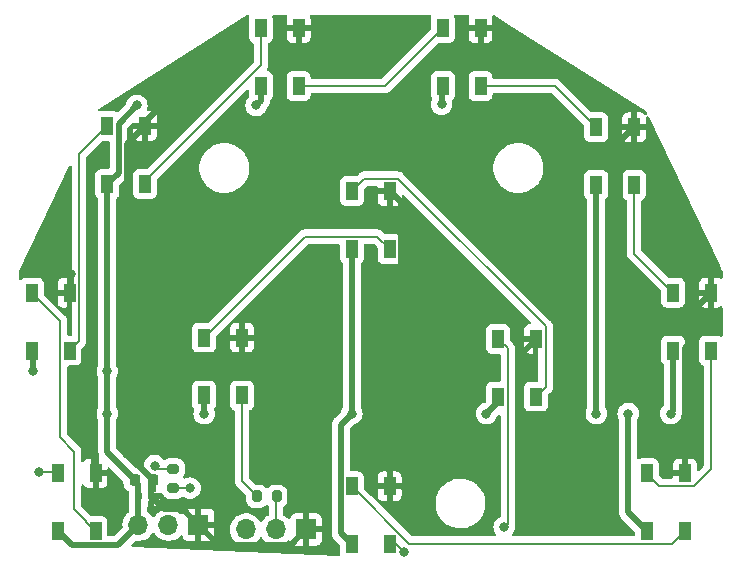
<source format=gtl>
%TF.GenerationSoftware,KiCad,Pcbnew,6.0.4-6f826c9f35~116~ubuntu20.04.1*%
%TF.CreationDate,2022-04-29T21:32:22-06:00*%
%TF.ProjectId,circle-big,63697263-6c65-42d6-9269-672e6b696361,rev?*%
%TF.SameCoordinates,Original*%
%TF.FileFunction,Copper,L1,Top*%
%TF.FilePolarity,Positive*%
%FSLAX46Y46*%
G04 Gerber Fmt 4.6, Leading zero omitted, Abs format (unit mm)*
G04 Created by KiCad (PCBNEW 6.0.4-6f826c9f35~116~ubuntu20.04.1) date 2022-04-29 21:32:22*
%MOMM*%
%LPD*%
G01*
G04 APERTURE LIST*
G04 Aperture macros list*
%AMRoundRect*
0 Rectangle with rounded corners*
0 $1 Rounding radius*
0 $2 $3 $4 $5 $6 $7 $8 $9 X,Y pos of 4 corners*
0 Add a 4 corners polygon primitive as box body*
4,1,4,$2,$3,$4,$5,$6,$7,$8,$9,$2,$3,0*
0 Add four circle primitives for the rounded corners*
1,1,$1+$1,$2,$3*
1,1,$1+$1,$4,$5*
1,1,$1+$1,$6,$7*
1,1,$1+$1,$8,$9*
0 Add four rect primitives between the rounded corners*
20,1,$1+$1,$2,$3,$4,$5,0*
20,1,$1+$1,$4,$5,$6,$7,0*
20,1,$1+$1,$6,$7,$8,$9,0*
20,1,$1+$1,$8,$9,$2,$3,0*%
G04 Aperture macros list end*
%TA.AperFunction,SMDPad,CuDef*%
%ADD10R,1.000000X1.500000*%
%TD*%
%TA.AperFunction,SMDPad,CuDef*%
%ADD11RoundRect,0.200000X-0.200000X-0.275000X0.200000X-0.275000X0.200000X0.275000X-0.200000X0.275000X0*%
%TD*%
%TA.AperFunction,ComponentPad*%
%ADD12R,1.700000X1.700000*%
%TD*%
%TA.AperFunction,ComponentPad*%
%ADD13O,1.700000X1.700000*%
%TD*%
%TA.AperFunction,SMDPad,CuDef*%
%ADD14RoundRect,0.225000X-0.225000X-0.250000X0.225000X-0.250000X0.225000X0.250000X-0.225000X0.250000X0*%
%TD*%
%TA.AperFunction,SMDPad,CuDef*%
%ADD15RoundRect,0.200000X0.275000X-0.200000X0.275000X0.200000X-0.275000X0.200000X-0.275000X-0.200000X0*%
%TD*%
%TA.AperFunction,SMDPad,CuDef*%
%ADD16RoundRect,0.140000X-0.140000X-0.170000X0.140000X-0.170000X0.140000X0.170000X-0.140000X0.170000X0*%
%TD*%
%TA.AperFunction,ViaPad*%
%ADD17C,0.800000*%
%TD*%
%TA.AperFunction,Conductor*%
%ADD18C,0.500000*%
%TD*%
%TA.AperFunction,Conductor*%
%ADD19C,0.200000*%
%TD*%
G04 APERTURE END LIST*
D10*
%TO.P,D1,1,VDD*%
%TO.N,VCC*%
X21600000Y-61050000D03*
%TO.P,D1,2,DOUT*%
%TO.N,Net-(D1-Pad2)*%
X24800000Y-61050000D03*
%TO.P,D1,3,VSS*%
%TO.N,GND*%
X24800000Y-56150000D03*
%TO.P,D1,4,DIN*%
%TO.N,Net-(D1-Pad4)*%
X21600000Y-56150000D03*
%TD*%
%TO.P,D11,1,VDD*%
%TO.N,VCC*%
X73700000Y-45750000D03*
%TO.P,D11,2,DOUT*%
%TO.N,Net-(D11-Pad2)*%
X76900000Y-45750000D03*
%TO.P,D11,3,VSS*%
%TO.N,GND*%
X76900000Y-40850000D03*
%TO.P,D11,4,DIN*%
%TO.N,Net-(D10-Pad2)*%
X73700000Y-40850000D03*
%TD*%
%TO.P,D7,1,VDD*%
%TO.N,VCC*%
X46500000Y-37150000D03*
%TO.P,D7,2,DOUT*%
%TO.N,Net-(D7-Pad2)*%
X49700000Y-37150000D03*
%TO.P,D7,3,VSS*%
%TO.N,GND*%
X49700000Y-32250000D03*
%TO.P,D7,4,DIN*%
%TO.N,Net-(D5-Pad2)*%
X46500000Y-32250000D03*
%TD*%
%TO.P,D3,1,VDD*%
%TO.N,VCC*%
X46500000Y-62150000D03*
%TO.P,D3,2,DOUT*%
%TO.N,Net-(D3-Pad2)*%
X49700000Y-62150000D03*
%TO.P,D3,3,VSS*%
%TO.N,GND*%
X49700000Y-57250000D03*
%TO.P,D3,4,DIN*%
%TO.N,Net-(D12-Pad2)*%
X46500000Y-57250000D03*
%TD*%
%TO.P,D12,1,VDD*%
%TO.N,VCC*%
X71500000Y-61050000D03*
%TO.P,D12,2,DOUT*%
%TO.N,Net-(D12-Pad2)*%
X74700000Y-61050000D03*
%TO.P,D12,3,VSS*%
%TO.N,GND*%
X74700000Y-56150000D03*
%TO.P,D12,4,DIN*%
%TO.N,Net-(D11-Pad2)*%
X71500000Y-56150000D03*
%TD*%
%TO.P,D10,1,VDD*%
%TO.N,VCC*%
X67200000Y-31750000D03*
%TO.P,D10,2,DOUT*%
%TO.N,Net-(D10-Pad2)*%
X70400000Y-31750000D03*
%TO.P,D10,3,VSS*%
%TO.N,GND*%
X70400000Y-26850000D03*
%TO.P,D10,4,DIN*%
%TO.N,Net-(D10-Pad4)*%
X67200000Y-26850000D03*
%TD*%
D11*
%TO.P,R2,1*%
%TO.N,Net-(D9-Pad2)*%
X38475000Y-58100000D03*
%TO.P,R2,2*%
%TO.N,/SIG_OUT*%
X40125000Y-58100000D03*
%TD*%
D10*
%TO.P,D2,1,VDD*%
%TO.N,VCC*%
X19400000Y-45750000D03*
%TO.P,D2,2,DOUT*%
%TO.N,Net-(D2-Pad2)*%
X22600000Y-45750000D03*
%TO.P,D2,3,VSS*%
%TO.N,GND*%
X22600000Y-40850000D03*
%TO.P,D2,4,DIN*%
%TO.N,Net-(D1-Pad2)*%
X19400000Y-40850000D03*
%TD*%
D12*
%TO.P,J2,1,Pin_1*%
%TO.N,GND*%
X42625000Y-60900000D03*
D13*
%TO.P,J2,2,Pin_2*%
%TO.N,/SIG_OUT*%
X40085000Y-60900000D03*
%TO.P,J2,3,Pin_3*%
%TO.N,VCC*%
X37545000Y-60900000D03*
%TD*%
D14*
%TO.P,C1,1*%
%TO.N,VCC*%
X28125000Y-56700000D03*
%TO.P,C1,2*%
%TO.N,GND*%
X29675000Y-56700000D03*
%TD*%
D15*
%TO.P,R1,1*%
%TO.N,/SIG_IN*%
X31400000Y-57425000D03*
%TO.P,R1,2*%
%TO.N,Net-(D1-Pad4)*%
X31400000Y-55775000D03*
%TD*%
D10*
%TO.P,D4,1,VDD*%
%TO.N,VCC*%
X25800000Y-31650000D03*
%TO.P,D4,2,DOUT*%
%TO.N,Net-(D4-Pad2)*%
X29000000Y-31650000D03*
%TO.P,D4,3,VSS*%
%TO.N,GND*%
X29000000Y-26750000D03*
%TO.P,D4,4,DIN*%
%TO.N,Net-(D2-Pad2)*%
X25800000Y-26750000D03*
%TD*%
%TO.P,D5,1,VDD*%
%TO.N,VCC*%
X58900000Y-49650000D03*
%TO.P,D5,2,DOUT*%
%TO.N,Net-(D5-Pad2)*%
X62100000Y-49650000D03*
%TO.P,D5,3,VSS*%
%TO.N,GND*%
X62100000Y-44750000D03*
%TO.P,D5,4,DIN*%
%TO.N,Net-(D3-Pad2)*%
X58900000Y-44750000D03*
%TD*%
D16*
%TO.P,C2,1*%
%TO.N,VCC*%
X28520000Y-58100000D03*
%TO.P,C2,2*%
%TO.N,GND*%
X29480000Y-58100000D03*
%TD*%
D10*
%TO.P,D6,1,VDD*%
%TO.N,VCC*%
X38800000Y-23350000D03*
%TO.P,D6,2,DOUT*%
%TO.N,Net-(D6-Pad2)*%
X42000000Y-23350000D03*
%TO.P,D6,3,VSS*%
%TO.N,GND*%
X42000000Y-18450000D03*
%TO.P,D6,4,DIN*%
%TO.N,Net-(D4-Pad2)*%
X38800000Y-18450000D03*
%TD*%
%TO.P,D9,1,VDD*%
%TO.N,VCC*%
X34000000Y-49550000D03*
%TO.P,D9,2,DOUT*%
%TO.N,Net-(D9-Pad2)*%
X37200000Y-49550000D03*
%TO.P,D9,3,VSS*%
%TO.N,GND*%
X37200000Y-44650000D03*
%TO.P,D9,4,DIN*%
%TO.N,Net-(D7-Pad2)*%
X34000000Y-44650000D03*
%TD*%
D12*
%TO.P,J1,1,Pin_1*%
%TO.N,GND*%
X33515000Y-60500000D03*
D13*
%TO.P,J1,2,Pin_2*%
%TO.N,/SIG_IN*%
X30975000Y-60500000D03*
%TO.P,J1,3,Pin_3*%
%TO.N,VCC*%
X28435000Y-60500000D03*
%TD*%
D10*
%TO.P,D8,1,VDD*%
%TO.N,VCC*%
X54200000Y-23350000D03*
%TO.P,D8,2,DOUT*%
%TO.N,Net-(D10-Pad4)*%
X57400000Y-23350000D03*
%TO.P,D8,3,VSS*%
%TO.N,GND*%
X57400000Y-18450000D03*
%TO.P,D8,4,DIN*%
%TO.N,Net-(D6-Pad2)*%
X54200000Y-18450000D03*
%TD*%
D17*
%TO.N,VCC*%
X25800000Y-51100000D03*
X19500000Y-47500000D03*
X38400000Y-25000000D03*
X69900000Y-51100000D03*
X25800000Y-47500000D03*
X34000000Y-51100000D03*
X54100000Y-24900000D03*
X67200000Y-51100000D03*
X73500000Y-51100000D03*
X57900000Y-51100000D03*
X46500000Y-51100000D03*
X28300000Y-25000000D03*
%TO.N,GND*%
X63900000Y-26400000D03*
X51500000Y-18400000D03*
X69200000Y-46100000D03*
X34800000Y-20600000D03*
X71700000Y-48900000D03*
X37200000Y-46100000D03*
X60700000Y-19700000D03*
X27500000Y-46100000D03*
X20700000Y-37700000D03*
X75600000Y-44600000D03*
X41300000Y-28400000D03*
X72000000Y-52800000D03*
X52300000Y-35500000D03*
X44100000Y-38400000D03*
X24500000Y-34700000D03*
X49800000Y-46100000D03*
X26500000Y-58100000D03*
X24700000Y-54500000D03*
X42000000Y-20600000D03*
X74700000Y-35800000D03*
X27500000Y-54525000D03*
X67500000Y-60400000D03*
X57400000Y-20600000D03*
X27500000Y-39400000D03*
X60800000Y-46100000D03*
X64900000Y-48400000D03*
X22700000Y-39300000D03*
%TO.N,Net-(D1-Pad4)*%
X20000000Y-56000000D03*
X29800000Y-55500000D03*
%TO.N,Net-(D3-Pad2)*%
X50900000Y-62800000D03*
X59400000Y-60700000D03*
%TO.N,/SIG_IN*%
X32800000Y-57400000D03*
%TD*%
D18*
%TO.N,VCC*%
X25800000Y-54375000D02*
X25800000Y-47500000D01*
X54100000Y-24900000D02*
X54100000Y-23450000D01*
X19500000Y-45850000D02*
X19400000Y-45750000D01*
X28435000Y-60500000D02*
X26685489Y-62249511D01*
X73500000Y-51100000D02*
X73700000Y-50900000D01*
X28125000Y-56700000D02*
X25800000Y-54375000D01*
X46500000Y-37150000D02*
X46500000Y-51100000D01*
X69900000Y-51100000D02*
X69900000Y-59450000D01*
X58900000Y-50100000D02*
X57900000Y-51100000D01*
X28435000Y-57010000D02*
X28125000Y-56700000D01*
X28435000Y-60500000D02*
X28435000Y-57010000D01*
X34000000Y-49550000D02*
X34000000Y-51100000D01*
X46500000Y-62150000D02*
X45550489Y-61200489D01*
X38800000Y-23350000D02*
X38800000Y-24600000D01*
X25800000Y-47500000D02*
X25800000Y-31650000D01*
X25800000Y-31650000D02*
X26749511Y-30700489D01*
X45550489Y-52049511D02*
X46500000Y-51100000D01*
X26749511Y-30700489D02*
X26749511Y-26550489D01*
X19500000Y-47500000D02*
X19500000Y-45850000D01*
X26685489Y-62249511D02*
X22799511Y-62249511D01*
X54100000Y-23450000D02*
X54200000Y-23350000D01*
X45550489Y-61200489D02*
X45550489Y-52049511D01*
X67200000Y-31750000D02*
X67200000Y-51100000D01*
X69900000Y-59450000D02*
X71500000Y-61050000D01*
X38800000Y-24600000D02*
X38400000Y-25000000D01*
X26749511Y-26550489D02*
X28300000Y-25000000D01*
X73700000Y-50900000D02*
X73700000Y-45750000D01*
X58900000Y-49650000D02*
X58900000Y-50100000D01*
X22799511Y-62249511D02*
X21600000Y-61050000D01*
%TO.N,GND*%
X69200000Y-28050000D02*
X69200000Y-46100000D01*
X32215489Y-59200489D02*
X30580489Y-59200489D01*
X37200000Y-44650000D02*
X37200000Y-46100000D01*
X74700000Y-56150000D02*
X74700000Y-45500000D01*
X29000000Y-26750000D02*
X27500000Y-28250000D01*
X49700000Y-46200000D02*
X49800000Y-46100000D01*
X27500000Y-54525000D02*
X27500000Y-39400000D01*
X29000000Y-26750000D02*
X29000000Y-26400000D01*
X42000000Y-18450000D02*
X42000000Y-20600000D01*
X24700000Y-56050000D02*
X24800000Y-56150000D01*
X29000000Y-26400000D02*
X34800000Y-20600000D01*
X50649511Y-45250489D02*
X49800000Y-46100000D01*
X22700000Y-39300000D02*
X22700000Y-40750000D01*
X50649511Y-33199511D02*
X50649511Y-45250489D01*
X62100000Y-44800000D02*
X60800000Y-46100000D01*
X24700000Y-54500000D02*
X24700000Y-56050000D01*
X57400000Y-20600000D02*
X57400000Y-18450000D01*
X49700000Y-32250000D02*
X50649511Y-33199511D01*
X74700000Y-45500000D02*
X75600000Y-44600000D01*
X29675000Y-56700000D02*
X27500000Y-54525000D01*
X33515000Y-60500000D02*
X32215489Y-59200489D01*
X49700000Y-57250000D02*
X49700000Y-46200000D01*
X75600000Y-44600000D02*
X75600000Y-42150000D01*
X62100000Y-44750000D02*
X62100000Y-44800000D01*
X30580489Y-59200489D02*
X29480000Y-58100000D01*
X41325489Y-62199511D02*
X42625000Y-60900000D01*
X75600000Y-42150000D02*
X76900000Y-40850000D01*
X35214511Y-62199511D02*
X41325489Y-62199511D01*
X33515000Y-60500000D02*
X35214511Y-62199511D01*
X29480000Y-56895000D02*
X29675000Y-56700000D01*
X29480000Y-58100000D02*
X29480000Y-56895000D01*
X22700000Y-40750000D02*
X22600000Y-40850000D01*
X70400000Y-26850000D02*
X69200000Y-28050000D01*
X27500000Y-28250000D02*
X27500000Y-39400000D01*
D19*
%TO.N,Net-(D1-Pad2)*%
X24000489Y-60200489D02*
X23000000Y-59200000D01*
X21800489Y-53100489D02*
X21800489Y-43250489D01*
X21800489Y-43250489D02*
X19400000Y-40850000D01*
X24800000Y-61050000D02*
X24000489Y-60250489D01*
X23000000Y-54300000D02*
X21800489Y-53100489D01*
X24000489Y-60250489D02*
X24000489Y-60200489D01*
X23000000Y-59200000D02*
X23000000Y-54300000D01*
%TO.N,Net-(D1-Pad4)*%
X20000000Y-56000000D02*
X21450000Y-56000000D01*
X30075000Y-55775000D02*
X29800000Y-55500000D01*
X31400000Y-55775000D02*
X30075000Y-55775000D01*
X21450000Y-56000000D02*
X21600000Y-56150000D01*
%TO.N,Net-(D2-Pad2)*%
X23399511Y-44950489D02*
X23399511Y-29150489D01*
X22600000Y-45750000D02*
X23399511Y-44950489D01*
X23399511Y-29150489D02*
X25800000Y-26750000D01*
%TO.N,Net-(D3-Pad2)*%
X59699511Y-60400489D02*
X59699511Y-45549511D01*
X50250000Y-62150000D02*
X50900000Y-62800000D01*
X59699511Y-45549511D02*
X58900000Y-44750000D01*
X49700000Y-62150000D02*
X50250000Y-62150000D01*
X59400000Y-60700000D02*
X59699511Y-60400489D01*
%TO.N,Net-(D4-Pad2)*%
X29000000Y-31650000D02*
X29000000Y-31400000D01*
X29000000Y-31400000D02*
X38800000Y-21600000D01*
X38800000Y-21600000D02*
X38800000Y-18450000D01*
%TO.N,/SIG_IN*%
X32800000Y-57400000D02*
X31425000Y-57400000D01*
X31425000Y-57400000D02*
X31400000Y-57425000D01*
%TO.N,/SIG_OUT*%
X40085000Y-58140000D02*
X40085000Y-60900000D01*
X40125000Y-58100000D02*
X40085000Y-58140000D01*
%TO.N,Net-(D9-Pad2)*%
X37200000Y-56825000D02*
X38475000Y-58100000D01*
X37200000Y-49550000D02*
X37200000Y-56825000D01*
%TO.N,Net-(D5-Pad2)*%
X62899511Y-43700489D02*
X50399511Y-31200489D01*
X62100000Y-49650000D02*
X62899511Y-48850489D01*
X50399511Y-31200489D02*
X47549511Y-31200489D01*
X62899511Y-48850489D02*
X62899511Y-43700489D01*
X47549511Y-31200489D02*
X46500000Y-32250000D01*
%TO.N,Net-(D6-Pad2)*%
X49300000Y-23350000D02*
X54200000Y-18450000D01*
X42000000Y-23350000D02*
X49300000Y-23350000D01*
%TO.N,Net-(D7-Pad2)*%
X42549511Y-36100489D02*
X34000000Y-44650000D01*
X49700000Y-37150000D02*
X48650489Y-36100489D01*
X48650489Y-36100489D02*
X42549511Y-36100489D01*
%TO.N,Net-(D10-Pad4)*%
X57400000Y-23350000D02*
X63700000Y-23350000D01*
X63700000Y-23350000D02*
X67200000Y-26850000D01*
%TO.N,Net-(D10-Pad2)*%
X70400000Y-37550000D02*
X73700000Y-40850000D01*
X70400000Y-31750000D02*
X70400000Y-37550000D01*
%TO.N,Net-(D11-Pad2)*%
X72549511Y-57199511D02*
X71500000Y-56150000D01*
X75499511Y-57199511D02*
X72549511Y-57199511D01*
X76900000Y-55799022D02*
X75499511Y-57199511D01*
X76900000Y-45750000D02*
X76900000Y-55799022D01*
%TO.N,Net-(D12-Pad2)*%
X73650489Y-62099511D02*
X51349511Y-62099511D01*
X51349511Y-62099511D02*
X46500000Y-57250000D01*
X74700000Y-61050000D02*
X73650489Y-62099511D01*
%TD*%
%TA.AperFunction,Conductor*%
%TO.N,GND*%
G36*
X40990523Y-17328502D02*
G01*
X41037016Y-17382158D01*
X41047120Y-17452432D01*
X41040384Y-17478730D01*
X41001522Y-17582394D01*
X40997895Y-17597649D01*
X40992369Y-17648514D01*
X40992000Y-17655328D01*
X40992000Y-18177885D01*
X40996475Y-18193124D01*
X40997865Y-18194329D01*
X41005548Y-18196000D01*
X42989884Y-18196000D01*
X43005123Y-18191525D01*
X43006328Y-18190135D01*
X43007999Y-18182452D01*
X43007999Y-17655331D01*
X43007629Y-17648510D01*
X43002105Y-17597648D01*
X42998479Y-17582397D01*
X42959616Y-17478730D01*
X42954433Y-17407923D01*
X42988354Y-17345554D01*
X43050609Y-17311424D01*
X43077598Y-17308500D01*
X53121868Y-17308500D01*
X53189989Y-17328502D01*
X53236482Y-17382158D01*
X53246586Y-17452432D01*
X53239850Y-17478729D01*
X53198255Y-17589684D01*
X53191500Y-17651866D01*
X53191500Y-18545761D01*
X53171498Y-18613882D01*
X53154595Y-18634856D01*
X49084856Y-22704595D01*
X49022544Y-22738621D01*
X48995761Y-22741500D01*
X43134500Y-22741500D01*
X43066379Y-22721498D01*
X43019886Y-22667842D01*
X43008500Y-22615500D01*
X43008500Y-22551866D01*
X43001745Y-22489684D01*
X42950615Y-22353295D01*
X42863261Y-22236739D01*
X42746705Y-22149385D01*
X42610316Y-22098255D01*
X42548134Y-22091500D01*
X41451866Y-22091500D01*
X41389684Y-22098255D01*
X41253295Y-22149385D01*
X41136739Y-22236739D01*
X41049385Y-22353295D01*
X40998255Y-22489684D01*
X40991500Y-22551866D01*
X40991500Y-24148134D01*
X40998255Y-24210316D01*
X41049385Y-24346705D01*
X41136739Y-24463261D01*
X41253295Y-24550615D01*
X41389684Y-24601745D01*
X41451866Y-24608500D01*
X42548134Y-24608500D01*
X42610316Y-24601745D01*
X42746705Y-24550615D01*
X42863261Y-24463261D01*
X42950615Y-24346705D01*
X43001745Y-24210316D01*
X43008500Y-24148134D01*
X43008500Y-24084500D01*
X43028502Y-24016379D01*
X43082158Y-23969886D01*
X43134500Y-23958500D01*
X49251864Y-23958500D01*
X49268307Y-23959578D01*
X49300000Y-23963750D01*
X49308189Y-23962672D01*
X49339874Y-23958501D01*
X49339884Y-23958500D01*
X49339885Y-23958500D01*
X49439457Y-23945391D01*
X49450664Y-23943916D01*
X49450666Y-23943915D01*
X49458851Y-23942838D01*
X49606876Y-23881524D01*
X49702072Y-23808477D01*
X49702075Y-23808474D01*
X49733987Y-23783987D01*
X49753458Y-23758613D01*
X49764316Y-23746233D01*
X53765144Y-19745405D01*
X53827456Y-19711379D01*
X53854239Y-19708500D01*
X54748134Y-19708500D01*
X54810316Y-19701745D01*
X54946705Y-19650615D01*
X55063261Y-19563261D01*
X55150615Y-19446705D01*
X55201745Y-19310316D01*
X55208500Y-19248134D01*
X55208500Y-19244669D01*
X56392001Y-19244669D01*
X56392371Y-19251490D01*
X56397895Y-19302352D01*
X56401521Y-19317604D01*
X56446676Y-19438054D01*
X56455214Y-19453649D01*
X56531715Y-19555724D01*
X56544276Y-19568285D01*
X56646351Y-19644786D01*
X56661946Y-19653324D01*
X56782394Y-19698478D01*
X56797649Y-19702105D01*
X56848514Y-19707631D01*
X56855328Y-19708000D01*
X57127885Y-19708000D01*
X57143124Y-19703525D01*
X57144329Y-19702135D01*
X57146000Y-19694452D01*
X57146000Y-19689884D01*
X57654000Y-19689884D01*
X57658475Y-19705123D01*
X57659865Y-19706328D01*
X57667548Y-19707999D01*
X57944669Y-19707999D01*
X57951490Y-19707629D01*
X58002352Y-19702105D01*
X58017604Y-19698479D01*
X58138054Y-19653324D01*
X58153649Y-19644786D01*
X58255724Y-19568285D01*
X58268285Y-19555724D01*
X58344786Y-19453649D01*
X58353324Y-19438054D01*
X58398478Y-19317606D01*
X58402105Y-19302351D01*
X58407631Y-19251486D01*
X58408000Y-19244672D01*
X58408000Y-18722115D01*
X58403525Y-18706876D01*
X58402135Y-18705671D01*
X58394452Y-18704000D01*
X57672115Y-18704000D01*
X57656876Y-18708475D01*
X57655671Y-18709865D01*
X57654000Y-18717548D01*
X57654000Y-19689884D01*
X57146000Y-19689884D01*
X57146000Y-18722115D01*
X57141525Y-18706876D01*
X57140135Y-18705671D01*
X57132452Y-18704000D01*
X56410116Y-18704000D01*
X56394877Y-18708475D01*
X56393672Y-18709865D01*
X56392001Y-18717548D01*
X56392001Y-19244669D01*
X55208500Y-19244669D01*
X55208500Y-17651866D01*
X55201745Y-17589684D01*
X55160150Y-17478729D01*
X55154967Y-17407923D01*
X55188888Y-17345554D01*
X55251143Y-17311424D01*
X55278132Y-17308500D01*
X56322402Y-17308500D01*
X56390523Y-17328502D01*
X56437016Y-17382158D01*
X56447120Y-17452432D01*
X56440384Y-17478730D01*
X56401522Y-17582394D01*
X56397895Y-17597649D01*
X56392369Y-17648514D01*
X56392000Y-17655328D01*
X56392000Y-18177885D01*
X56396475Y-18193124D01*
X56397865Y-18194329D01*
X56405548Y-18196000D01*
X58389884Y-18196000D01*
X58405123Y-18191525D01*
X58406328Y-18190135D01*
X58407999Y-18182452D01*
X58407999Y-17655331D01*
X58407629Y-17648510D01*
X58402105Y-17597648D01*
X58398479Y-17582397D01*
X58378277Y-17528508D01*
X58373094Y-17457701D01*
X58407015Y-17395332D01*
X58469270Y-17361202D01*
X58540094Y-17366149D01*
X58563329Y-17377612D01*
X59843316Y-18182452D01*
X71371488Y-25431226D01*
X71373886Y-25432734D01*
X71420485Y-25485037D01*
X71481534Y-25612686D01*
X71492880Y-25682770D01*
X71464535Y-25747863D01*
X71405498Y-25787298D01*
X71334512Y-25788555D01*
X71274116Y-25751234D01*
X71268947Y-25744938D01*
X71255724Y-25731715D01*
X71153649Y-25655214D01*
X71138054Y-25646676D01*
X71017606Y-25601522D01*
X71002351Y-25597895D01*
X70951486Y-25592369D01*
X70944672Y-25592000D01*
X70672115Y-25592000D01*
X70656876Y-25596475D01*
X70655671Y-25597865D01*
X70654000Y-25605548D01*
X70654000Y-26577885D01*
X70658475Y-26593124D01*
X70659865Y-26594329D01*
X70667548Y-26596000D01*
X71389884Y-26596000D01*
X71405123Y-26591525D01*
X71406328Y-26590135D01*
X71407999Y-26582452D01*
X71407999Y-26055331D01*
X71407630Y-26048523D01*
X71404425Y-26019009D01*
X71416956Y-25949127D01*
X71465279Y-25897113D01*
X71534051Y-25879482D01*
X71601438Y-25901830D01*
X71643357Y-25951041D01*
X77569360Y-38341775D01*
X77879169Y-38989558D01*
X77891500Y-39043921D01*
X77891500Y-39581583D01*
X77871498Y-39649704D01*
X77817842Y-39696197D01*
X77747568Y-39706301D01*
X77689935Y-39682409D01*
X77653649Y-39655214D01*
X77638054Y-39646676D01*
X77517606Y-39601522D01*
X77502351Y-39597895D01*
X77451486Y-39592369D01*
X77444672Y-39592000D01*
X77172115Y-39592000D01*
X77156876Y-39596475D01*
X77155671Y-39597865D01*
X77154000Y-39605548D01*
X77154000Y-42089884D01*
X77158475Y-42105123D01*
X77159865Y-42106328D01*
X77167548Y-42107999D01*
X77444669Y-42107999D01*
X77451490Y-42107629D01*
X77502352Y-42102105D01*
X77517604Y-42098479D01*
X77638054Y-42053324D01*
X77653649Y-42044786D01*
X77689935Y-42017591D01*
X77756442Y-41992743D01*
X77825824Y-42007796D01*
X77876054Y-42057970D01*
X77891500Y-42118417D01*
X77891500Y-44480958D01*
X77871498Y-44549079D01*
X77817842Y-44595572D01*
X77747568Y-44605676D01*
X77689935Y-44581784D01*
X77653892Y-44554771D01*
X77653890Y-44554770D01*
X77646705Y-44549385D01*
X77510316Y-44498255D01*
X77448134Y-44491500D01*
X76351866Y-44491500D01*
X76289684Y-44498255D01*
X76153295Y-44549385D01*
X76036739Y-44636739D01*
X75949385Y-44753295D01*
X75898255Y-44889684D01*
X75891500Y-44951866D01*
X75891500Y-46548134D01*
X75898255Y-46610316D01*
X75949385Y-46746705D01*
X76036739Y-46863261D01*
X76153295Y-46950615D01*
X76161703Y-46953767D01*
X76209730Y-46971772D01*
X76266495Y-47014414D01*
X76291194Y-47080976D01*
X76291500Y-47089754D01*
X76291500Y-55494783D01*
X76271498Y-55562904D01*
X76254595Y-55583878D01*
X75923094Y-55915379D01*
X75860782Y-55949405D01*
X75789967Y-55944340D01*
X75733131Y-55901793D01*
X75708320Y-55835273D01*
X75707999Y-55826284D01*
X75707999Y-55355331D01*
X75707629Y-55348510D01*
X75702105Y-55297648D01*
X75698479Y-55282396D01*
X75653324Y-55161946D01*
X75644786Y-55146351D01*
X75568285Y-55044276D01*
X75555724Y-55031715D01*
X75453649Y-54955214D01*
X75438054Y-54946676D01*
X75317606Y-54901522D01*
X75302351Y-54897895D01*
X75251486Y-54892369D01*
X75244672Y-54892000D01*
X74972115Y-54892000D01*
X74956876Y-54896475D01*
X74955671Y-54897865D01*
X74954000Y-54905548D01*
X74954000Y-56278000D01*
X74933998Y-56346121D01*
X74880342Y-56392614D01*
X74828000Y-56404000D01*
X73710116Y-56404000D01*
X73694877Y-56408475D01*
X73693672Y-56409865D01*
X73692001Y-56417548D01*
X73692001Y-56465011D01*
X73671999Y-56533132D01*
X73618343Y-56579625D01*
X73566001Y-56591011D01*
X72853750Y-56591011D01*
X72785629Y-56571009D01*
X72764655Y-56554106D01*
X72545405Y-56334856D01*
X72511379Y-56272544D01*
X72508500Y-56245761D01*
X72508500Y-55877885D01*
X73692000Y-55877885D01*
X73696475Y-55893124D01*
X73697865Y-55894329D01*
X73705548Y-55896000D01*
X74427885Y-55896000D01*
X74443124Y-55891525D01*
X74444329Y-55890135D01*
X74446000Y-55882452D01*
X74446000Y-54910116D01*
X74441525Y-54894877D01*
X74440135Y-54893672D01*
X74432452Y-54892001D01*
X74155331Y-54892001D01*
X74148510Y-54892371D01*
X74097648Y-54897895D01*
X74082396Y-54901521D01*
X73961946Y-54946676D01*
X73946351Y-54955214D01*
X73844276Y-55031715D01*
X73831715Y-55044276D01*
X73755214Y-55146351D01*
X73746676Y-55161946D01*
X73701522Y-55282394D01*
X73697895Y-55297649D01*
X73692369Y-55348514D01*
X73692000Y-55355328D01*
X73692000Y-55877885D01*
X72508500Y-55877885D01*
X72508500Y-55351866D01*
X72501745Y-55289684D01*
X72450615Y-55153295D01*
X72363261Y-55036739D01*
X72246705Y-54949385D01*
X72110316Y-54898255D01*
X72048134Y-54891500D01*
X70951866Y-54891500D01*
X70889684Y-54898255D01*
X70828729Y-54921106D01*
X70757923Y-54926289D01*
X70695554Y-54892369D01*
X70661425Y-54830113D01*
X70658500Y-54803124D01*
X70658500Y-51636999D01*
X70675381Y-51573999D01*
X70679560Y-51566762D01*
X70734527Y-51471556D01*
X70793542Y-51289928D01*
X70794915Y-51276871D01*
X70812814Y-51106565D01*
X70813504Y-51100000D01*
X72586496Y-51100000D01*
X72587186Y-51106565D01*
X72605086Y-51276871D01*
X72606458Y-51289928D01*
X72665473Y-51471556D01*
X72760960Y-51636944D01*
X72765378Y-51641851D01*
X72765379Y-51641852D01*
X72884325Y-51773955D01*
X72888747Y-51778866D01*
X72912787Y-51796332D01*
X73033743Y-51884212D01*
X73043248Y-51891118D01*
X73049276Y-51893802D01*
X73049278Y-51893803D01*
X73199591Y-51960726D01*
X73217712Y-51968794D01*
X73311112Y-51988647D01*
X73398056Y-52007128D01*
X73398061Y-52007128D01*
X73404513Y-52008500D01*
X73595487Y-52008500D01*
X73601939Y-52007128D01*
X73601944Y-52007128D01*
X73688887Y-51988647D01*
X73782288Y-51968794D01*
X73800409Y-51960726D01*
X73950722Y-51893803D01*
X73950724Y-51893802D01*
X73956752Y-51891118D01*
X73966258Y-51884212D01*
X74087213Y-51796332D01*
X74111253Y-51778866D01*
X74115675Y-51773955D01*
X74234621Y-51641852D01*
X74234622Y-51641851D01*
X74239040Y-51636944D01*
X74334527Y-51471556D01*
X74393542Y-51289928D01*
X74401710Y-51212212D01*
X74411248Y-51180076D01*
X74409889Y-51179571D01*
X74412441Y-51172710D01*
X74415769Y-51166192D01*
X74417508Y-51159086D01*
X74419602Y-51153455D01*
X74421523Y-51147679D01*
X74424622Y-51141050D01*
X74439491Y-51069565D01*
X74440461Y-51065282D01*
X74456473Y-50999844D01*
X74457808Y-50994390D01*
X74458500Y-50983236D01*
X74458535Y-50983238D01*
X74458775Y-50979266D01*
X74459152Y-50975045D01*
X74460641Y-50967885D01*
X74458546Y-50890458D01*
X74458500Y-50887050D01*
X74458500Y-47004802D01*
X74478502Y-46936681D01*
X74508935Y-46903976D01*
X74556081Y-46868642D01*
X74563261Y-46863261D01*
X74650615Y-46746705D01*
X74701745Y-46610316D01*
X74708500Y-46548134D01*
X74708500Y-44951866D01*
X74701745Y-44889684D01*
X74650615Y-44753295D01*
X74563261Y-44636739D01*
X74446705Y-44549385D01*
X74310316Y-44498255D01*
X74248134Y-44491500D01*
X73151866Y-44491500D01*
X73089684Y-44498255D01*
X72953295Y-44549385D01*
X72836739Y-44636739D01*
X72749385Y-44753295D01*
X72698255Y-44889684D01*
X72691500Y-44951866D01*
X72691500Y-46548134D01*
X72698255Y-46610316D01*
X72749385Y-46746705D01*
X72836739Y-46863261D01*
X72843919Y-46868642D01*
X72891065Y-46903976D01*
X72933580Y-46960835D01*
X72941500Y-47004802D01*
X72941500Y-50318607D01*
X72921498Y-50386728D01*
X72897942Y-50411661D01*
X72898998Y-50412833D01*
X72894091Y-50417251D01*
X72888747Y-50421134D01*
X72760960Y-50563056D01*
X72702686Y-50663990D01*
X72681357Y-50700933D01*
X72665473Y-50728444D01*
X72606458Y-50910072D01*
X72605768Y-50916633D01*
X72605768Y-50916635D01*
X72598933Y-50981670D01*
X72586496Y-51100000D01*
X70813504Y-51100000D01*
X70801067Y-50981670D01*
X70794232Y-50916635D01*
X70794232Y-50916633D01*
X70793542Y-50910072D01*
X70734527Y-50728444D01*
X70718644Y-50700933D01*
X70697314Y-50663990D01*
X70639040Y-50563056D01*
X70511253Y-50421134D01*
X70356752Y-50308882D01*
X70350724Y-50306198D01*
X70350722Y-50306197D01*
X70188319Y-50233891D01*
X70188318Y-50233891D01*
X70182288Y-50231206D01*
X70088887Y-50211353D01*
X70001944Y-50192872D01*
X70001939Y-50192872D01*
X69995487Y-50191500D01*
X69804513Y-50191500D01*
X69798061Y-50192872D01*
X69798056Y-50192872D01*
X69711113Y-50211353D01*
X69617712Y-50231206D01*
X69611682Y-50233891D01*
X69611681Y-50233891D01*
X69449278Y-50306197D01*
X69449276Y-50306198D01*
X69443248Y-50308882D01*
X69288747Y-50421134D01*
X69160960Y-50563056D01*
X69102686Y-50663990D01*
X69081357Y-50700933D01*
X69065473Y-50728444D01*
X69006458Y-50910072D01*
X69005768Y-50916633D01*
X69005768Y-50916635D01*
X68998933Y-50981670D01*
X68986496Y-51100000D01*
X68987186Y-51106565D01*
X69005086Y-51276871D01*
X69006458Y-51289928D01*
X69065473Y-51471556D01*
X69120441Y-51566762D01*
X69124619Y-51573999D01*
X69141500Y-51636999D01*
X69141500Y-59382930D01*
X69140067Y-59401880D01*
X69138536Y-59411946D01*
X69136801Y-59423349D01*
X69137394Y-59430641D01*
X69137394Y-59430644D01*
X69141085Y-59476018D01*
X69141500Y-59486233D01*
X69141500Y-59494293D01*
X69142148Y-59499848D01*
X69144789Y-59522507D01*
X69145222Y-59526882D01*
X69149182Y-59575562D01*
X69151140Y-59599637D01*
X69153396Y-59606601D01*
X69154587Y-59612560D01*
X69155971Y-59618415D01*
X69156818Y-59625681D01*
X69181735Y-59694327D01*
X69183152Y-59698455D01*
X69190139Y-59720021D01*
X69205649Y-59767899D01*
X69209445Y-59774154D01*
X69211951Y-59779628D01*
X69214670Y-59785058D01*
X69217167Y-59791937D01*
X69221180Y-59798057D01*
X69221180Y-59798058D01*
X69257186Y-59852976D01*
X69259523Y-59856680D01*
X69297405Y-59919107D01*
X69301121Y-59923315D01*
X69301122Y-59923316D01*
X69304803Y-59927484D01*
X69304776Y-59927508D01*
X69307429Y-59930500D01*
X69310132Y-59933733D01*
X69314144Y-59939852D01*
X69319456Y-59944884D01*
X69370383Y-59993128D01*
X69372825Y-59995506D01*
X70454595Y-61077276D01*
X70488621Y-61139588D01*
X70491500Y-61166371D01*
X70491500Y-61365011D01*
X70471498Y-61433132D01*
X70417842Y-61479625D01*
X70365500Y-61491011D01*
X60193277Y-61491011D01*
X60125156Y-61471009D01*
X60078663Y-61417353D01*
X60068559Y-61347079D01*
X60099641Y-61280701D01*
X60134621Y-61241852D01*
X60134622Y-61241851D01*
X60139040Y-61236944D01*
X60234527Y-61071556D01*
X60293542Y-60889928D01*
X60296524Y-60861562D01*
X60312814Y-60706565D01*
X60313504Y-60700000D01*
X60305925Y-60627885D01*
X60297451Y-60547259D01*
X60297839Y-60517643D01*
X60312184Y-60408678D01*
X60312184Y-60408677D01*
X60313262Y-60400489D01*
X60309089Y-60368790D01*
X60308011Y-60352345D01*
X60308011Y-45597647D01*
X60309089Y-45581201D01*
X60312183Y-45557699D01*
X60313261Y-45549511D01*
X60312624Y-45544669D01*
X61092001Y-45544669D01*
X61092371Y-45551490D01*
X61097895Y-45602352D01*
X61101521Y-45617604D01*
X61146676Y-45738054D01*
X61155214Y-45753649D01*
X61231715Y-45855724D01*
X61244276Y-45868285D01*
X61346351Y-45944786D01*
X61361946Y-45953324D01*
X61482394Y-45998478D01*
X61497649Y-46002105D01*
X61548514Y-46007631D01*
X61555328Y-46008000D01*
X61827885Y-46008000D01*
X61843124Y-46003525D01*
X61844329Y-46002135D01*
X61846000Y-45994452D01*
X61846000Y-45022115D01*
X61841525Y-45006876D01*
X61840135Y-45005671D01*
X61832452Y-45004000D01*
X61110116Y-45004000D01*
X61094877Y-45008475D01*
X61093672Y-45009865D01*
X61092001Y-45017548D01*
X61092001Y-45544669D01*
X60312624Y-45544669D01*
X60308011Y-45509633D01*
X60308011Y-45509626D01*
X60299459Y-45444669D01*
X60293427Y-45398849D01*
X60292349Y-45390661D01*
X60231035Y-45242636D01*
X60184142Y-45181524D01*
X60157988Y-45147439D01*
X60157985Y-45147436D01*
X60133498Y-45115524D01*
X60125438Y-45109339D01*
X60108132Y-45096059D01*
X60095741Y-45085192D01*
X59945405Y-44934856D01*
X59911379Y-44872544D01*
X59908500Y-44845761D01*
X59908500Y-43951866D01*
X59901745Y-43889684D01*
X59850615Y-43753295D01*
X59763261Y-43636739D01*
X59646705Y-43549385D01*
X59510316Y-43498255D01*
X59448134Y-43491500D01*
X58351866Y-43491500D01*
X58289684Y-43498255D01*
X58153295Y-43549385D01*
X58036739Y-43636739D01*
X57949385Y-43753295D01*
X57898255Y-43889684D01*
X57891500Y-43951866D01*
X57891500Y-45548134D01*
X57898255Y-45610316D01*
X57949385Y-45746705D01*
X58036739Y-45863261D01*
X58153295Y-45950615D01*
X58289684Y-46001745D01*
X58351866Y-46008500D01*
X58965011Y-46008500D01*
X59033132Y-46028502D01*
X59079625Y-46082158D01*
X59091011Y-46134500D01*
X59091011Y-48265500D01*
X59071009Y-48333621D01*
X59017353Y-48380114D01*
X58965011Y-48391500D01*
X58351866Y-48391500D01*
X58289684Y-48398255D01*
X58153295Y-48449385D01*
X58036739Y-48536739D01*
X57949385Y-48653295D01*
X57898255Y-48789684D01*
X57891500Y-48851866D01*
X57891500Y-49983629D01*
X57871498Y-50051750D01*
X57854595Y-50072724D01*
X57743669Y-50183650D01*
X57680772Y-50217801D01*
X57624176Y-50229831D01*
X57624167Y-50229834D01*
X57617712Y-50231206D01*
X57611682Y-50233891D01*
X57611681Y-50233891D01*
X57449278Y-50306197D01*
X57449276Y-50306198D01*
X57443248Y-50308882D01*
X57288747Y-50421134D01*
X57160960Y-50563056D01*
X57102686Y-50663990D01*
X57081357Y-50700933D01*
X57065473Y-50728444D01*
X57006458Y-50910072D01*
X57005768Y-50916633D01*
X57005768Y-50916635D01*
X56998933Y-50981670D01*
X56986496Y-51100000D01*
X56987186Y-51106565D01*
X57005086Y-51276871D01*
X57006458Y-51289928D01*
X57065473Y-51471556D01*
X57160960Y-51636944D01*
X57165378Y-51641851D01*
X57165379Y-51641852D01*
X57284325Y-51773955D01*
X57288747Y-51778866D01*
X57312787Y-51796332D01*
X57433743Y-51884212D01*
X57443248Y-51891118D01*
X57449276Y-51893802D01*
X57449278Y-51893803D01*
X57599591Y-51960726D01*
X57617712Y-51968794D01*
X57711112Y-51988647D01*
X57798056Y-52007128D01*
X57798061Y-52007128D01*
X57804513Y-52008500D01*
X57995487Y-52008500D01*
X58001939Y-52007128D01*
X58001944Y-52007128D01*
X58088887Y-51988647D01*
X58182288Y-51968794D01*
X58200409Y-51960726D01*
X58350722Y-51893803D01*
X58350724Y-51893802D01*
X58356752Y-51891118D01*
X58366258Y-51884212D01*
X58487213Y-51796332D01*
X58511253Y-51778866D01*
X58515675Y-51773955D01*
X58634621Y-51641852D01*
X58634622Y-51641851D01*
X58639040Y-51636944D01*
X58734527Y-51471556D01*
X58789387Y-51302714D01*
X58820125Y-51252556D01*
X58875916Y-51196765D01*
X58938228Y-51162739D01*
X59009043Y-51167804D01*
X59065879Y-51210351D01*
X59090690Y-51276871D01*
X59091011Y-51285860D01*
X59091011Y-59761268D01*
X59071009Y-59829389D01*
X59016260Y-59876375D01*
X58949278Y-59906197D01*
X58949276Y-59906198D01*
X58943248Y-59908882D01*
X58937907Y-59912762D01*
X58937906Y-59912763D01*
X58910884Y-59932396D01*
X58788747Y-60021134D01*
X58784326Y-60026044D01*
X58784325Y-60026045D01*
X58742392Y-60072617D01*
X58660960Y-60163056D01*
X58565473Y-60328444D01*
X58506458Y-60510072D01*
X58505768Y-60516633D01*
X58505768Y-60516635D01*
X58493990Y-60628701D01*
X58486496Y-60700000D01*
X58487186Y-60706565D01*
X58503477Y-60861562D01*
X58506458Y-60889928D01*
X58565473Y-61071556D01*
X58660960Y-61236944D01*
X58665378Y-61241851D01*
X58665379Y-61241852D01*
X58700359Y-61280701D01*
X58731076Y-61344708D01*
X58722312Y-61415162D01*
X58676849Y-61469693D01*
X58606723Y-61491011D01*
X51653750Y-61491011D01*
X51585629Y-61471009D01*
X51564655Y-61454106D01*
X48943252Y-58832703D01*
X53598742Y-58832703D01*
X53599301Y-58836947D01*
X53599301Y-58836951D01*
X53611718Y-58931263D01*
X53636267Y-59117734D01*
X53637400Y-59121874D01*
X53637400Y-59121876D01*
X53651433Y-59173173D01*
X53712128Y-59395036D01*
X53713812Y-59398984D01*
X53822353Y-59653452D01*
X53824922Y-59659476D01*
X53874320Y-59742014D01*
X53968782Y-59899848D01*
X53972560Y-59906161D01*
X54152312Y-60130528D01*
X54360850Y-60328423D01*
X54594316Y-60496186D01*
X54598111Y-60498195D01*
X54598112Y-60498196D01*
X54619868Y-60509715D01*
X54848391Y-60630712D01*
X54952556Y-60668831D01*
X55062225Y-60708964D01*
X55118372Y-60729511D01*
X55399263Y-60790755D01*
X55427840Y-60793004D01*
X55622281Y-60808307D01*
X55622290Y-60808307D01*
X55624738Y-60808500D01*
X55780270Y-60808500D01*
X55782406Y-60808354D01*
X55782417Y-60808354D01*
X55990547Y-60794165D01*
X55990553Y-60794164D01*
X55994824Y-60793873D01*
X55999019Y-60793004D01*
X55999021Y-60793004D01*
X56159043Y-60759865D01*
X56276341Y-60735574D01*
X56547342Y-60639607D01*
X56724768Y-60548031D01*
X56799004Y-60509715D01*
X56799005Y-60509715D01*
X56802811Y-60507750D01*
X56806312Y-60505289D01*
X56806316Y-60505287D01*
X56967078Y-60392301D01*
X57038022Y-60342441D01*
X57135492Y-60251866D01*
X57245478Y-60149661D01*
X57245480Y-60149658D01*
X57248621Y-60146740D01*
X57430712Y-59924268D01*
X57580926Y-59679142D01*
X57610154Y-59612560D01*
X57694756Y-59419830D01*
X57696482Y-59415898D01*
X57775243Y-59139406D01*
X57805514Y-58926704D01*
X57815145Y-58859036D01*
X57815145Y-58859034D01*
X57815750Y-58854784D01*
X57815844Y-58836951D01*
X57817234Y-58571583D01*
X57817234Y-58571576D01*
X57817256Y-58567297D01*
X57811291Y-58521984D01*
X57791333Y-58370391D01*
X57779731Y-58282266D01*
X57776046Y-58268794D01*
X57745352Y-58156598D01*
X57703870Y-58004964D01*
X57667075Y-57918699D01*
X57592762Y-57744476D01*
X57592760Y-57744472D01*
X57591076Y-57740524D01*
X57457628Y-57517548D01*
X57445642Y-57497521D01*
X57445639Y-57497517D01*
X57443438Y-57493839D01*
X57263686Y-57269472D01*
X57113992Y-57127418D01*
X57058257Y-57074527D01*
X57058254Y-57074525D01*
X57055148Y-57071577D01*
X56821682Y-56903814D01*
X56799842Y-56892250D01*
X56755503Y-56868774D01*
X56567607Y-56769288D01*
X56297626Y-56670489D01*
X56016735Y-56609245D01*
X55978006Y-56606197D01*
X55793717Y-56591693D01*
X55793708Y-56591693D01*
X55791260Y-56591500D01*
X55635728Y-56591500D01*
X55633592Y-56591646D01*
X55633581Y-56591646D01*
X55425451Y-56605835D01*
X55425445Y-56605836D01*
X55421174Y-56606127D01*
X55416979Y-56606996D01*
X55416977Y-56606996D01*
X55280416Y-56635276D01*
X55139657Y-56664426D01*
X54868656Y-56760393D01*
X54864847Y-56762359D01*
X54666216Y-56864880D01*
X54613187Y-56892250D01*
X54609686Y-56894711D01*
X54609682Y-56894713D01*
X54508668Y-56965707D01*
X54377976Y-57057559D01*
X54336072Y-57096499D01*
X54185806Y-57236135D01*
X54167377Y-57253260D01*
X53985286Y-57475732D01*
X53835072Y-57720858D01*
X53833346Y-57724791D01*
X53833345Y-57724792D01*
X53776623Y-57854009D01*
X53719516Y-57984102D01*
X53640755Y-58260594D01*
X53625429Y-58368285D01*
X53605545Y-58508000D01*
X53600248Y-58545216D01*
X53600226Y-58549505D01*
X53600225Y-58549512D01*
X53598764Y-58828417D01*
X53598742Y-58832703D01*
X48943252Y-58832703D01*
X48155218Y-58044669D01*
X48692001Y-58044669D01*
X48692371Y-58051490D01*
X48697895Y-58102352D01*
X48701521Y-58117604D01*
X48746676Y-58238054D01*
X48755214Y-58253649D01*
X48831715Y-58355724D01*
X48844276Y-58368285D01*
X48946351Y-58444786D01*
X48961946Y-58453324D01*
X49082394Y-58498478D01*
X49097649Y-58502105D01*
X49148514Y-58507631D01*
X49155328Y-58508000D01*
X49427885Y-58508000D01*
X49443124Y-58503525D01*
X49444329Y-58502135D01*
X49446000Y-58494452D01*
X49446000Y-58489884D01*
X49954000Y-58489884D01*
X49958475Y-58505123D01*
X49959865Y-58506328D01*
X49967548Y-58507999D01*
X50244669Y-58507999D01*
X50251490Y-58507629D01*
X50302352Y-58502105D01*
X50317604Y-58498479D01*
X50438054Y-58453324D01*
X50453649Y-58444786D01*
X50555724Y-58368285D01*
X50568285Y-58355724D01*
X50644786Y-58253649D01*
X50653324Y-58238054D01*
X50698478Y-58117606D01*
X50702105Y-58102351D01*
X50707631Y-58051486D01*
X50708000Y-58044672D01*
X50708000Y-57522115D01*
X50703525Y-57506876D01*
X50702135Y-57505671D01*
X50694452Y-57504000D01*
X49972115Y-57504000D01*
X49956876Y-57508475D01*
X49955671Y-57509865D01*
X49954000Y-57517548D01*
X49954000Y-58489884D01*
X49446000Y-58489884D01*
X49446000Y-57522115D01*
X49441525Y-57506876D01*
X49440135Y-57505671D01*
X49432452Y-57504000D01*
X48710116Y-57504000D01*
X48694877Y-57508475D01*
X48693672Y-57509865D01*
X48692001Y-57517548D01*
X48692001Y-58044669D01*
X48155218Y-58044669D01*
X47545405Y-57434856D01*
X47511379Y-57372544D01*
X47508500Y-57345761D01*
X47508500Y-56977885D01*
X48692000Y-56977885D01*
X48696475Y-56993124D01*
X48697865Y-56994329D01*
X48705548Y-56996000D01*
X49427885Y-56996000D01*
X49443124Y-56991525D01*
X49444329Y-56990135D01*
X49446000Y-56982452D01*
X49446000Y-56977885D01*
X49954000Y-56977885D01*
X49958475Y-56993124D01*
X49959865Y-56994329D01*
X49967548Y-56996000D01*
X50689884Y-56996000D01*
X50705123Y-56991525D01*
X50706328Y-56990135D01*
X50707999Y-56982452D01*
X50707999Y-56455331D01*
X50707629Y-56448510D01*
X50702105Y-56397648D01*
X50698479Y-56382396D01*
X50653324Y-56261946D01*
X50644786Y-56246351D01*
X50568285Y-56144276D01*
X50555724Y-56131715D01*
X50453649Y-56055214D01*
X50438054Y-56046676D01*
X50317606Y-56001522D01*
X50302351Y-55997895D01*
X50251486Y-55992369D01*
X50244672Y-55992000D01*
X49972115Y-55992000D01*
X49956876Y-55996475D01*
X49955671Y-55997865D01*
X49954000Y-56005548D01*
X49954000Y-56977885D01*
X49446000Y-56977885D01*
X49446000Y-56010116D01*
X49441525Y-55994877D01*
X49440135Y-55993672D01*
X49432452Y-55992001D01*
X49155331Y-55992001D01*
X49148510Y-55992371D01*
X49097648Y-55997895D01*
X49082396Y-56001521D01*
X48961946Y-56046676D01*
X48946351Y-56055214D01*
X48844276Y-56131715D01*
X48831715Y-56144276D01*
X48755214Y-56246351D01*
X48746676Y-56261946D01*
X48701522Y-56382394D01*
X48697895Y-56397649D01*
X48692369Y-56448514D01*
X48692000Y-56455328D01*
X48692000Y-56977885D01*
X47508500Y-56977885D01*
X47508500Y-56451866D01*
X47501745Y-56389684D01*
X47450615Y-56253295D01*
X47363261Y-56136739D01*
X47246705Y-56049385D01*
X47110316Y-55998255D01*
X47048134Y-55991500D01*
X46434989Y-55991500D01*
X46366868Y-55971498D01*
X46320375Y-55917842D01*
X46308989Y-55865500D01*
X46308989Y-52415882D01*
X46328991Y-52347761D01*
X46345894Y-52326787D01*
X46656331Y-52016350D01*
X46719228Y-51982199D01*
X46775824Y-51970169D01*
X46775833Y-51970166D01*
X46782288Y-51968794D01*
X46800409Y-51960726D01*
X46950722Y-51893803D01*
X46950724Y-51893802D01*
X46956752Y-51891118D01*
X46966258Y-51884212D01*
X47087213Y-51796332D01*
X47111253Y-51778866D01*
X47115675Y-51773955D01*
X47234621Y-51641852D01*
X47234622Y-51641851D01*
X47239040Y-51636944D01*
X47334527Y-51471556D01*
X47393542Y-51289928D01*
X47394915Y-51276871D01*
X47412814Y-51106565D01*
X47413504Y-51100000D01*
X47401067Y-50981670D01*
X47394232Y-50916635D01*
X47394232Y-50916633D01*
X47393542Y-50910072D01*
X47334527Y-50728444D01*
X47318644Y-50700933D01*
X47292748Y-50656081D01*
X47275381Y-50626000D01*
X47258500Y-50563001D01*
X47258500Y-38404802D01*
X47278502Y-38336681D01*
X47308935Y-38303976D01*
X47356081Y-38268642D01*
X47363261Y-38263261D01*
X47450615Y-38146705D01*
X47501745Y-38010316D01*
X47508500Y-37948134D01*
X47508500Y-36834989D01*
X47528502Y-36766868D01*
X47582158Y-36720375D01*
X47634500Y-36708989D01*
X48346250Y-36708989D01*
X48414371Y-36728991D01*
X48435345Y-36745894D01*
X48654595Y-36965144D01*
X48688621Y-37027456D01*
X48691500Y-37054239D01*
X48691500Y-37948134D01*
X48698255Y-38010316D01*
X48749385Y-38146705D01*
X48836739Y-38263261D01*
X48953295Y-38350615D01*
X49089684Y-38401745D01*
X49151866Y-38408500D01*
X50248134Y-38408500D01*
X50310316Y-38401745D01*
X50446705Y-38350615D01*
X50563261Y-38263261D01*
X50650615Y-38146705D01*
X50701745Y-38010316D01*
X50708500Y-37948134D01*
X50708500Y-36351866D01*
X50701745Y-36289684D01*
X50650615Y-36153295D01*
X50563261Y-36036739D01*
X50446705Y-35949385D01*
X50310316Y-35898255D01*
X50248134Y-35891500D01*
X49354239Y-35891500D01*
X49286118Y-35871498D01*
X49265144Y-35854595D01*
X49114804Y-35704255D01*
X49103937Y-35691864D01*
X49089502Y-35673052D01*
X49084476Y-35666502D01*
X49052564Y-35642015D01*
X49052561Y-35642012D01*
X49052553Y-35642006D01*
X48963918Y-35573993D01*
X48963916Y-35573992D01*
X48957365Y-35568965D01*
X48809340Y-35507651D01*
X48801153Y-35506573D01*
X48801152Y-35506573D01*
X48789947Y-35505098D01*
X48758751Y-35500991D01*
X48690374Y-35491989D01*
X48690371Y-35491989D01*
X48690363Y-35491988D01*
X48658678Y-35487817D01*
X48650489Y-35486739D01*
X48618796Y-35490911D01*
X48602353Y-35491989D01*
X42597647Y-35491989D01*
X42581201Y-35490911D01*
X42557699Y-35487817D01*
X42549511Y-35486739D01*
X42541323Y-35487817D01*
X42509640Y-35491988D01*
X42509631Y-35491989D01*
X42509626Y-35491989D01*
X42390661Y-35507651D01*
X42242636Y-35568965D01*
X42242634Y-35568966D01*
X42242635Y-35568966D01*
X42147439Y-35642012D01*
X42147436Y-35642015D01*
X42115524Y-35666502D01*
X42110494Y-35673057D01*
X42096059Y-35691868D01*
X42085192Y-35704259D01*
X34434856Y-43354595D01*
X34372544Y-43388621D01*
X34345761Y-43391500D01*
X33451866Y-43391500D01*
X33389684Y-43398255D01*
X33253295Y-43449385D01*
X33136739Y-43536739D01*
X33049385Y-43653295D01*
X32998255Y-43789684D01*
X32991500Y-43851866D01*
X32991500Y-45448134D01*
X32998255Y-45510316D01*
X33049385Y-45646705D01*
X33136739Y-45763261D01*
X33253295Y-45850615D01*
X33389684Y-45901745D01*
X33451866Y-45908500D01*
X34548134Y-45908500D01*
X34610316Y-45901745D01*
X34746705Y-45850615D01*
X34863261Y-45763261D01*
X34950615Y-45646705D01*
X35001745Y-45510316D01*
X35008500Y-45448134D01*
X35008500Y-45444669D01*
X36192001Y-45444669D01*
X36192371Y-45451490D01*
X36197895Y-45502352D01*
X36201521Y-45517604D01*
X36246676Y-45638054D01*
X36255214Y-45653649D01*
X36331715Y-45755724D01*
X36344276Y-45768285D01*
X36446351Y-45844786D01*
X36461946Y-45853324D01*
X36582394Y-45898478D01*
X36597649Y-45902105D01*
X36648514Y-45907631D01*
X36655328Y-45908000D01*
X36927885Y-45908000D01*
X36943124Y-45903525D01*
X36944329Y-45902135D01*
X36946000Y-45894452D01*
X36946000Y-45889884D01*
X37454000Y-45889884D01*
X37458475Y-45905123D01*
X37459865Y-45906328D01*
X37467548Y-45907999D01*
X37744669Y-45907999D01*
X37751490Y-45907629D01*
X37802352Y-45902105D01*
X37817604Y-45898479D01*
X37938054Y-45853324D01*
X37953649Y-45844786D01*
X38055724Y-45768285D01*
X38068285Y-45755724D01*
X38144786Y-45653649D01*
X38153324Y-45638054D01*
X38198478Y-45517606D01*
X38202105Y-45502351D01*
X38207631Y-45451486D01*
X38208000Y-45444672D01*
X38208000Y-44922115D01*
X38203525Y-44906876D01*
X38202135Y-44905671D01*
X38194452Y-44904000D01*
X37472115Y-44904000D01*
X37456876Y-44908475D01*
X37455671Y-44909865D01*
X37454000Y-44917548D01*
X37454000Y-45889884D01*
X36946000Y-45889884D01*
X36946000Y-44922115D01*
X36941525Y-44906876D01*
X36940135Y-44905671D01*
X36932452Y-44904000D01*
X36210116Y-44904000D01*
X36194877Y-44908475D01*
X36193672Y-44909865D01*
X36192001Y-44917548D01*
X36192001Y-45444669D01*
X35008500Y-45444669D01*
X35008500Y-44554239D01*
X35028502Y-44486118D01*
X35045405Y-44465144D01*
X35132664Y-44377885D01*
X36192000Y-44377885D01*
X36196475Y-44393124D01*
X36197865Y-44394329D01*
X36205548Y-44396000D01*
X36927885Y-44396000D01*
X36943124Y-44391525D01*
X36944329Y-44390135D01*
X36946000Y-44382452D01*
X36946000Y-44377885D01*
X37454000Y-44377885D01*
X37458475Y-44393124D01*
X37459865Y-44394329D01*
X37467548Y-44396000D01*
X38189884Y-44396000D01*
X38205123Y-44391525D01*
X38206328Y-44390135D01*
X38207999Y-44382452D01*
X38207999Y-43855331D01*
X38207629Y-43848510D01*
X38202105Y-43797648D01*
X38198479Y-43782396D01*
X38153324Y-43661946D01*
X38144786Y-43646351D01*
X38068285Y-43544276D01*
X38055724Y-43531715D01*
X37953649Y-43455214D01*
X37938054Y-43446676D01*
X37817606Y-43401522D01*
X37802351Y-43397895D01*
X37751486Y-43392369D01*
X37744672Y-43392000D01*
X37472115Y-43392000D01*
X37456876Y-43396475D01*
X37455671Y-43397865D01*
X37454000Y-43405548D01*
X37454000Y-44377885D01*
X36946000Y-44377885D01*
X36946000Y-43410116D01*
X36941525Y-43394877D01*
X36940135Y-43393672D01*
X36932452Y-43392001D01*
X36655331Y-43392001D01*
X36648510Y-43392371D01*
X36597648Y-43397895D01*
X36582396Y-43401521D01*
X36461946Y-43446676D01*
X36446351Y-43455214D01*
X36344276Y-43531715D01*
X36331715Y-43544276D01*
X36255214Y-43646351D01*
X36246676Y-43661946D01*
X36201522Y-43782394D01*
X36197895Y-43797649D01*
X36192369Y-43848514D01*
X36192000Y-43855328D01*
X36192000Y-44377885D01*
X35132664Y-44377885D01*
X42764655Y-36745894D01*
X42826967Y-36711868D01*
X42853750Y-36708989D01*
X45365500Y-36708989D01*
X45433621Y-36728991D01*
X45480114Y-36782647D01*
X45491500Y-36834989D01*
X45491500Y-37948134D01*
X45498255Y-38010316D01*
X45549385Y-38146705D01*
X45636739Y-38263261D01*
X45643919Y-38268642D01*
X45691065Y-38303976D01*
X45733580Y-38360835D01*
X45741500Y-38404802D01*
X45741500Y-50563001D01*
X45724619Y-50626000D01*
X45707252Y-50656081D01*
X45681357Y-50700933D01*
X45665473Y-50728444D01*
X45613384Y-50888758D01*
X45610613Y-50897285D01*
X45579875Y-50947444D01*
X45061578Y-51465741D01*
X45047166Y-51478127D01*
X45035571Y-51486660D01*
X45035566Y-51486665D01*
X45029671Y-51491003D01*
X45024932Y-51496581D01*
X45024929Y-51496584D01*
X44995454Y-51531279D01*
X44988524Y-51538795D01*
X44982829Y-51544490D01*
X44980549Y-51547372D01*
X44965208Y-51566762D01*
X44962417Y-51570166D01*
X44919898Y-51620214D01*
X44915156Y-51625796D01*
X44911828Y-51632312D01*
X44908461Y-51637361D01*
X44905294Y-51642490D01*
X44900755Y-51648227D01*
X44869834Y-51714386D01*
X44867931Y-51718280D01*
X44834720Y-51783319D01*
X44832981Y-51790427D01*
X44830882Y-51796070D01*
X44828965Y-51801833D01*
X44825867Y-51808461D01*
X44824377Y-51815623D01*
X44824377Y-51815624D01*
X44811003Y-51879923D01*
X44810033Y-51884207D01*
X44792681Y-51955121D01*
X44791989Y-51966275D01*
X44791953Y-51966273D01*
X44791714Y-51970266D01*
X44791340Y-51974458D01*
X44789849Y-51981626D01*
X44790047Y-51988943D01*
X44791943Y-52059032D01*
X44791989Y-52062439D01*
X44791989Y-61133419D01*
X44790556Y-61152369D01*
X44788426Y-61166371D01*
X44787290Y-61173838D01*
X44787883Y-61181130D01*
X44787883Y-61181133D01*
X44791574Y-61226507D01*
X44791989Y-61236722D01*
X44791989Y-61244782D01*
X44792414Y-61248426D01*
X44795278Y-61272996D01*
X44795711Y-61277371D01*
X44797966Y-61305088D01*
X44801629Y-61350126D01*
X44803885Y-61357090D01*
X44805076Y-61363049D01*
X44806460Y-61368904D01*
X44807307Y-61376170D01*
X44832224Y-61444816D01*
X44833641Y-61448944D01*
X44856138Y-61518388D01*
X44859934Y-61524643D01*
X44862440Y-61530117D01*
X44865159Y-61535547D01*
X44867656Y-61542426D01*
X44871669Y-61548546D01*
X44871669Y-61548547D01*
X44907675Y-61603465D01*
X44910012Y-61607169D01*
X44947894Y-61669596D01*
X44951610Y-61673804D01*
X44951611Y-61673805D01*
X44955292Y-61677973D01*
X44955265Y-61677997D01*
X44957918Y-61680989D01*
X44960621Y-61684222D01*
X44964633Y-61690341D01*
X44975557Y-61700689D01*
X45020872Y-61743617D01*
X45023314Y-61745995D01*
X45454595Y-62177276D01*
X45488621Y-62239588D01*
X45491500Y-62266371D01*
X45491500Y-62948134D01*
X45498255Y-63010316D01*
X45498983Y-63012259D01*
X45495416Y-63080579D01*
X45453970Y-63138222D01*
X45387939Y-63164308D01*
X45370712Y-63164690D01*
X27947289Y-62358624D01*
X27880165Y-62335496D01*
X27836202Y-62279749D01*
X27829356Y-62209083D01*
X27864017Y-62143664D01*
X28126441Y-61881240D01*
X28188753Y-61847214D01*
X28240657Y-61846865D01*
X28273597Y-61853567D01*
X28278772Y-61853757D01*
X28278774Y-61853757D01*
X28491673Y-61861564D01*
X28491677Y-61861564D01*
X28496837Y-61861753D01*
X28501957Y-61861097D01*
X28501959Y-61861097D01*
X28713288Y-61834025D01*
X28713289Y-61834025D01*
X28718416Y-61833368D01*
X28723366Y-61831883D01*
X28927429Y-61770661D01*
X28927434Y-61770659D01*
X28932384Y-61769174D01*
X29132994Y-61670896D01*
X29314860Y-61541173D01*
X29376624Y-61479625D01*
X29455036Y-61401486D01*
X29473096Y-61383489D01*
X29495475Y-61352346D01*
X29603453Y-61202077D01*
X29604776Y-61203028D01*
X29651645Y-61159857D01*
X29721580Y-61147625D01*
X29787026Y-61175144D01*
X29814875Y-61206994D01*
X29874987Y-61305088D01*
X30021250Y-61473938D01*
X30193126Y-61616632D01*
X30386000Y-61729338D01*
X30594692Y-61809030D01*
X30599760Y-61810061D01*
X30599763Y-61810062D01*
X30707017Y-61831883D01*
X30813597Y-61853567D01*
X30818772Y-61853757D01*
X30818774Y-61853757D01*
X31031673Y-61861564D01*
X31031677Y-61861564D01*
X31036837Y-61861753D01*
X31041957Y-61861097D01*
X31041959Y-61861097D01*
X31253288Y-61834025D01*
X31253289Y-61834025D01*
X31258416Y-61833368D01*
X31263366Y-61831883D01*
X31467429Y-61770661D01*
X31467434Y-61770659D01*
X31472384Y-61769174D01*
X31672994Y-61670896D01*
X31854860Y-61541173D01*
X31916624Y-61479625D01*
X31963479Y-61432933D01*
X32025851Y-61399017D01*
X32096658Y-61404205D01*
X32153419Y-61446851D01*
X32170401Y-61477954D01*
X32211676Y-61588054D01*
X32220214Y-61603649D01*
X32296715Y-61705724D01*
X32309276Y-61718285D01*
X32411351Y-61794786D01*
X32426946Y-61803324D01*
X32547394Y-61848478D01*
X32562649Y-61852105D01*
X32613514Y-61857631D01*
X32620328Y-61858000D01*
X33242885Y-61858000D01*
X33258124Y-61853525D01*
X33259329Y-61852135D01*
X33261000Y-61844452D01*
X33261000Y-61839884D01*
X33769000Y-61839884D01*
X33773475Y-61855123D01*
X33774865Y-61856328D01*
X33782548Y-61857999D01*
X34409669Y-61857999D01*
X34416490Y-61857629D01*
X34467352Y-61852105D01*
X34482604Y-61848479D01*
X34603054Y-61803324D01*
X34618649Y-61794786D01*
X34720724Y-61718285D01*
X34733285Y-61705724D01*
X34809786Y-61603649D01*
X34818324Y-61588054D01*
X34863478Y-61467606D01*
X34867105Y-61452351D01*
X34872631Y-61401486D01*
X34873000Y-61394672D01*
X34873000Y-60866695D01*
X36182251Y-60866695D01*
X36182548Y-60871848D01*
X36182548Y-60871851D01*
X36191247Y-61022724D01*
X36195110Y-61089715D01*
X36196247Y-61094761D01*
X36196248Y-61094767D01*
X36215712Y-61181133D01*
X36244222Y-61307639D01*
X36282329Y-61401486D01*
X36311749Y-61473938D01*
X36328266Y-61514616D01*
X36373269Y-61588054D01*
X36442291Y-61700688D01*
X36444987Y-61705088D01*
X36591250Y-61873938D01*
X36763126Y-62016632D01*
X36956000Y-62129338D01*
X37164692Y-62209030D01*
X37169760Y-62210061D01*
X37169763Y-62210062D01*
X37277017Y-62231883D01*
X37383597Y-62253567D01*
X37388772Y-62253757D01*
X37388774Y-62253757D01*
X37601673Y-62261564D01*
X37601677Y-62261564D01*
X37606837Y-62261753D01*
X37611957Y-62261097D01*
X37611959Y-62261097D01*
X37823288Y-62234025D01*
X37823289Y-62234025D01*
X37828416Y-62233368D01*
X37833366Y-62231883D01*
X38037429Y-62170661D01*
X38037434Y-62170659D01*
X38042384Y-62169174D01*
X38242994Y-62070896D01*
X38424860Y-61941173D01*
X38583096Y-61783489D01*
X38642594Y-61700689D01*
X38713453Y-61602077D01*
X38714776Y-61603028D01*
X38761645Y-61559857D01*
X38831580Y-61547625D01*
X38897026Y-61575144D01*
X38924875Y-61606994D01*
X38928756Y-61613327D01*
X38984987Y-61705088D01*
X39131250Y-61873938D01*
X39303126Y-62016632D01*
X39496000Y-62129338D01*
X39704692Y-62209030D01*
X39709760Y-62210061D01*
X39709763Y-62210062D01*
X39817017Y-62231883D01*
X39923597Y-62253567D01*
X39928772Y-62253757D01*
X39928774Y-62253757D01*
X40141673Y-62261564D01*
X40141677Y-62261564D01*
X40146837Y-62261753D01*
X40151957Y-62261097D01*
X40151959Y-62261097D01*
X40363288Y-62234025D01*
X40363289Y-62234025D01*
X40368416Y-62233368D01*
X40373366Y-62231883D01*
X40577429Y-62170661D01*
X40577434Y-62170659D01*
X40582384Y-62169174D01*
X40782994Y-62070896D01*
X40964860Y-61941173D01*
X41032331Y-61873938D01*
X41073479Y-61832933D01*
X41135851Y-61799017D01*
X41206658Y-61804205D01*
X41263419Y-61846851D01*
X41280401Y-61877954D01*
X41321676Y-61988054D01*
X41330214Y-62003649D01*
X41406715Y-62105724D01*
X41419276Y-62118285D01*
X41521351Y-62194786D01*
X41536946Y-62203324D01*
X41657394Y-62248478D01*
X41672649Y-62252105D01*
X41723514Y-62257631D01*
X41730328Y-62258000D01*
X42352885Y-62258000D01*
X42368124Y-62253525D01*
X42369329Y-62252135D01*
X42371000Y-62244452D01*
X42371000Y-62239884D01*
X42879000Y-62239884D01*
X42883475Y-62255123D01*
X42884865Y-62256328D01*
X42892548Y-62257999D01*
X43519669Y-62257999D01*
X43526490Y-62257629D01*
X43577352Y-62252105D01*
X43592604Y-62248479D01*
X43713054Y-62203324D01*
X43728649Y-62194786D01*
X43830724Y-62118285D01*
X43843285Y-62105724D01*
X43919786Y-62003649D01*
X43928324Y-61988054D01*
X43973478Y-61867606D01*
X43977105Y-61852351D01*
X43982631Y-61801486D01*
X43983000Y-61794672D01*
X43983000Y-61172115D01*
X43978525Y-61156876D01*
X43977135Y-61155671D01*
X43969452Y-61154000D01*
X42897115Y-61154000D01*
X42881876Y-61158475D01*
X42880671Y-61159865D01*
X42879000Y-61167548D01*
X42879000Y-62239884D01*
X42371000Y-62239884D01*
X42371000Y-60627885D01*
X42879000Y-60627885D01*
X42883475Y-60643124D01*
X42884865Y-60644329D01*
X42892548Y-60646000D01*
X43964884Y-60646000D01*
X43980123Y-60641525D01*
X43981328Y-60640135D01*
X43982999Y-60632452D01*
X43982999Y-60005331D01*
X43982629Y-59998510D01*
X43977105Y-59947648D01*
X43973479Y-59932396D01*
X43928324Y-59811946D01*
X43919786Y-59796351D01*
X43843285Y-59694276D01*
X43830724Y-59681715D01*
X43728649Y-59605214D01*
X43713054Y-59596676D01*
X43592606Y-59551522D01*
X43577351Y-59547895D01*
X43526486Y-59542369D01*
X43519672Y-59542000D01*
X42897115Y-59542000D01*
X42881876Y-59546475D01*
X42880671Y-59547865D01*
X42879000Y-59555548D01*
X42879000Y-60627885D01*
X42371000Y-60627885D01*
X42371000Y-59560116D01*
X42366525Y-59544877D01*
X42365135Y-59543672D01*
X42357452Y-59542001D01*
X41730331Y-59542001D01*
X41723510Y-59542371D01*
X41672648Y-59547895D01*
X41657396Y-59551521D01*
X41536946Y-59596676D01*
X41521351Y-59605214D01*
X41419276Y-59681715D01*
X41406715Y-59694276D01*
X41330214Y-59796351D01*
X41321676Y-59811946D01*
X41280297Y-59922322D01*
X41237655Y-59979087D01*
X41171093Y-60003786D01*
X41101744Y-59988578D01*
X41069121Y-59962891D01*
X41018151Y-59906876D01*
X41018145Y-59906870D01*
X41014670Y-59903051D01*
X41010619Y-59899852D01*
X41010615Y-59899848D01*
X40843414Y-59767800D01*
X40843410Y-59767798D01*
X40839359Y-59764598D01*
X40832726Y-59760936D01*
X40758607Y-59720021D01*
X40708636Y-59669588D01*
X40693500Y-59609712D01*
X40693500Y-59051169D01*
X40713502Y-58983048D01*
X40754228Y-58943394D01*
X40758877Y-58940578D01*
X40758880Y-58940576D01*
X40765381Y-58936639D01*
X40886639Y-58815381D01*
X40975472Y-58668699D01*
X40986190Y-58634500D01*
X41016926Y-58536420D01*
X41026753Y-58505062D01*
X41033500Y-58431635D01*
X41033499Y-57768366D01*
X41026753Y-57694938D01*
X41015176Y-57657996D01*
X40977744Y-57538550D01*
X40977743Y-57538548D01*
X40975472Y-57531301D01*
X40886639Y-57384619D01*
X40765381Y-57263361D01*
X40618699Y-57174528D01*
X40611452Y-57172257D01*
X40611450Y-57172256D01*
X40529916Y-57146705D01*
X40455062Y-57123247D01*
X40381635Y-57116500D01*
X40378737Y-57116500D01*
X40124335Y-57116501D01*
X39868366Y-57116501D01*
X39865508Y-57116764D01*
X39865499Y-57116764D01*
X39829996Y-57120026D01*
X39794938Y-57123247D01*
X39788560Y-57125246D01*
X39788559Y-57125246D01*
X39638550Y-57172256D01*
X39638548Y-57172257D01*
X39631301Y-57174528D01*
X39484619Y-57263361D01*
X39389095Y-57358885D01*
X39326783Y-57392911D01*
X39255968Y-57387846D01*
X39210905Y-57358885D01*
X39115381Y-57263361D01*
X38968699Y-57174528D01*
X38961452Y-57172257D01*
X38961450Y-57172256D01*
X38879916Y-57146705D01*
X38805062Y-57123247D01*
X38731635Y-57116500D01*
X38711666Y-57116500D01*
X38404240Y-57116501D01*
X38336120Y-57096499D01*
X38315145Y-57079596D01*
X37845405Y-56609856D01*
X37811379Y-56547544D01*
X37808500Y-56520761D01*
X37808500Y-50889754D01*
X37828502Y-50821633D01*
X37882158Y-50775140D01*
X37890270Y-50771772D01*
X37938297Y-50753767D01*
X37946705Y-50750615D01*
X38063261Y-50663261D01*
X38150615Y-50546705D01*
X38201745Y-50410316D01*
X38208500Y-50348134D01*
X38208500Y-48751866D01*
X38201745Y-48689684D01*
X38150615Y-48553295D01*
X38063261Y-48436739D01*
X37946705Y-48349385D01*
X37810316Y-48298255D01*
X37748134Y-48291500D01*
X36651866Y-48291500D01*
X36589684Y-48298255D01*
X36453295Y-48349385D01*
X36336739Y-48436739D01*
X36249385Y-48553295D01*
X36198255Y-48689684D01*
X36191500Y-48751866D01*
X36191500Y-50348134D01*
X36198255Y-50410316D01*
X36249385Y-50546705D01*
X36336739Y-50663261D01*
X36453295Y-50750615D01*
X36461703Y-50753767D01*
X36509730Y-50771772D01*
X36566495Y-50814414D01*
X36591194Y-50880976D01*
X36591500Y-50889754D01*
X36591500Y-56776864D01*
X36590422Y-56793307D01*
X36586250Y-56825000D01*
X36591500Y-56864880D01*
X36591500Y-56864885D01*
X36597062Y-56907127D01*
X36601590Y-56941521D01*
X36601590Y-56941523D01*
X36604774Y-56965707D01*
X36607162Y-56983851D01*
X36668476Y-57131876D01*
X36673503Y-57138427D01*
X36673504Y-57138429D01*
X36741520Y-57227069D01*
X36741526Y-57227075D01*
X36766013Y-57258987D01*
X36772568Y-57264017D01*
X36791379Y-57278452D01*
X36803770Y-57289319D01*
X37529595Y-58015144D01*
X37563621Y-58077456D01*
X37566500Y-58104239D01*
X37566501Y-58268794D01*
X37566501Y-58431634D01*
X37566764Y-58434493D01*
X37566764Y-58434500D01*
X37567709Y-58444786D01*
X37573247Y-58505062D01*
X37575246Y-58511440D01*
X37575246Y-58511441D01*
X37613811Y-58634500D01*
X37624528Y-58668699D01*
X37713361Y-58815381D01*
X37834619Y-58936639D01*
X37981301Y-59025472D01*
X37988548Y-59027743D01*
X37988550Y-59027744D01*
X38054836Y-59048517D01*
X38144938Y-59076753D01*
X38218365Y-59083500D01*
X38221263Y-59083500D01*
X38475665Y-59083499D01*
X38731634Y-59083499D01*
X38734492Y-59083236D01*
X38734501Y-59083236D01*
X38770004Y-59079974D01*
X38805062Y-59076753D01*
X38811447Y-59074752D01*
X38961450Y-59027744D01*
X38961452Y-59027743D01*
X38968699Y-59025472D01*
X39115381Y-58936639D01*
X39210905Y-58841115D01*
X39273217Y-58807089D01*
X39344032Y-58812154D01*
X39389095Y-58841115D01*
X39439595Y-58891615D01*
X39473621Y-58953927D01*
X39476500Y-58980710D01*
X39476500Y-59608678D01*
X39456498Y-59676799D01*
X39408683Y-59720439D01*
X39358607Y-59746507D01*
X39354474Y-59749610D01*
X39354471Y-59749612D01*
X39184100Y-59877530D01*
X39179965Y-59880635D01*
X39152972Y-59908882D01*
X39037893Y-60029305D01*
X39025629Y-60042138D01*
X38918201Y-60199621D01*
X38863293Y-60244621D01*
X38792768Y-60252792D01*
X38729021Y-60221538D01*
X38708324Y-60197054D01*
X38627822Y-60072617D01*
X38627820Y-60072614D01*
X38625014Y-60068277D01*
X38474670Y-59903051D01*
X38470619Y-59899852D01*
X38470615Y-59899848D01*
X38303414Y-59767800D01*
X38303410Y-59767798D01*
X38299359Y-59764598D01*
X38292726Y-59760936D01*
X38219370Y-59720442D01*
X38103789Y-59656638D01*
X38098920Y-59654914D01*
X38098916Y-59654912D01*
X37898087Y-59583795D01*
X37898083Y-59583794D01*
X37893212Y-59582069D01*
X37888119Y-59581162D01*
X37888116Y-59581161D01*
X37678373Y-59543800D01*
X37678367Y-59543799D01*
X37673284Y-59542894D01*
X37599452Y-59541992D01*
X37455081Y-59540228D01*
X37455079Y-59540228D01*
X37449911Y-59540165D01*
X37229091Y-59573955D01*
X37016756Y-59643357D01*
X36818607Y-59746507D01*
X36814474Y-59749610D01*
X36814471Y-59749612D01*
X36644100Y-59877530D01*
X36639965Y-59880635D01*
X36612972Y-59908882D01*
X36497893Y-60029305D01*
X36485629Y-60042138D01*
X36359743Y-60226680D01*
X36336218Y-60277361D01*
X36275263Y-60408678D01*
X36265688Y-60429305D01*
X36205989Y-60644570D01*
X36182251Y-60866695D01*
X34873000Y-60866695D01*
X34873000Y-60772115D01*
X34868525Y-60756876D01*
X34867135Y-60755671D01*
X34859452Y-60754000D01*
X33787115Y-60754000D01*
X33771876Y-60758475D01*
X33770671Y-60759865D01*
X33769000Y-60767548D01*
X33769000Y-61839884D01*
X33261000Y-61839884D01*
X33261000Y-60227885D01*
X33769000Y-60227885D01*
X33773475Y-60243124D01*
X33774865Y-60244329D01*
X33782548Y-60246000D01*
X34854884Y-60246000D01*
X34870123Y-60241525D01*
X34871328Y-60240135D01*
X34872999Y-60232452D01*
X34872999Y-59605331D01*
X34872629Y-59598510D01*
X34867105Y-59547648D01*
X34863479Y-59532396D01*
X34818324Y-59411946D01*
X34809786Y-59396351D01*
X34733285Y-59294276D01*
X34720724Y-59281715D01*
X34618649Y-59205214D01*
X34603054Y-59196676D01*
X34482606Y-59151522D01*
X34467351Y-59147895D01*
X34416486Y-59142369D01*
X34409672Y-59142000D01*
X33787115Y-59142000D01*
X33771876Y-59146475D01*
X33770671Y-59147865D01*
X33769000Y-59155548D01*
X33769000Y-60227885D01*
X33261000Y-60227885D01*
X33261000Y-59160116D01*
X33256525Y-59144877D01*
X33255135Y-59143672D01*
X33247452Y-59142001D01*
X32620331Y-59142001D01*
X32613510Y-59142371D01*
X32562648Y-59147895D01*
X32547396Y-59151521D01*
X32426946Y-59196676D01*
X32411351Y-59205214D01*
X32309276Y-59281715D01*
X32296715Y-59294276D01*
X32220214Y-59396351D01*
X32211676Y-59411946D01*
X32170297Y-59522322D01*
X32127655Y-59579087D01*
X32061093Y-59603786D01*
X31991744Y-59588578D01*
X31959121Y-59562891D01*
X31908151Y-59506876D01*
X31908148Y-59506873D01*
X31904670Y-59503051D01*
X31900619Y-59499852D01*
X31900615Y-59499848D01*
X31733414Y-59367800D01*
X31733410Y-59367798D01*
X31729359Y-59364598D01*
X31718949Y-59358851D01*
X31677136Y-59335769D01*
X31533789Y-59256638D01*
X31528920Y-59254914D01*
X31528916Y-59254912D01*
X31328087Y-59183795D01*
X31328083Y-59183794D01*
X31323212Y-59182069D01*
X31318119Y-59181162D01*
X31318116Y-59181161D01*
X31108373Y-59143800D01*
X31108367Y-59143799D01*
X31103284Y-59142894D01*
X31029452Y-59141992D01*
X30885081Y-59140228D01*
X30885079Y-59140228D01*
X30879911Y-59140165D01*
X30659091Y-59173955D01*
X30446756Y-59243357D01*
X30248607Y-59346507D01*
X30244474Y-59349610D01*
X30244471Y-59349612D01*
X30076114Y-59476018D01*
X30069965Y-59480635D01*
X30038626Y-59513429D01*
X29924789Y-59632553D01*
X29915629Y-59642138D01*
X29808201Y-59799621D01*
X29753293Y-59844621D01*
X29682768Y-59852792D01*
X29619021Y-59821538D01*
X29598324Y-59797054D01*
X29517822Y-59672617D01*
X29517820Y-59672614D01*
X29515014Y-59668277D01*
X29364670Y-59503051D01*
X29360615Y-59499848D01*
X29241407Y-59405703D01*
X29200345Y-59347785D01*
X29193500Y-59306821D01*
X29193500Y-58995181D01*
X29208857Y-58942878D01*
X29206697Y-58941899D01*
X29226000Y-58899309D01*
X29226000Y-58893558D01*
X29734000Y-58893558D01*
X29737973Y-58907089D01*
X29745871Y-58908224D01*
X29871784Y-58871643D01*
X29886220Y-58865396D01*
X30013499Y-58790124D01*
X30025926Y-58780484D01*
X30130484Y-58675926D01*
X30140124Y-58663499D01*
X30215396Y-58536220D01*
X30221643Y-58521784D01*
X30263312Y-58378359D01*
X30264768Y-58370391D01*
X30261948Y-58356969D01*
X30250487Y-58354000D01*
X29752115Y-58354000D01*
X29736876Y-58358475D01*
X29735671Y-58359865D01*
X29734000Y-58367548D01*
X29734000Y-58893558D01*
X29226000Y-58893558D01*
X29226000Y-58621379D01*
X29243546Y-58557240D01*
X29255859Y-58536420D01*
X29255859Y-58536419D01*
X29259894Y-58529597D01*
X29262716Y-58519886D01*
X29288354Y-58431635D01*
X29305606Y-58372254D01*
X29306582Y-58359865D01*
X29308307Y-58337940D01*
X29308307Y-58337932D01*
X29308500Y-58335484D01*
X29308500Y-57864516D01*
X29307043Y-57846000D01*
X29306111Y-57834156D01*
X29306110Y-57834151D01*
X29305606Y-57827746D01*
X29259894Y-57670403D01*
X29243546Y-57642760D01*
X29226000Y-57578621D01*
X29226000Y-57368000D01*
X29246002Y-57299879D01*
X29299658Y-57253386D01*
X29352000Y-57242000D01*
X29402885Y-57242000D01*
X29418124Y-57237525D01*
X29419329Y-57236135D01*
X29421000Y-57228452D01*
X29421000Y-56572000D01*
X29441002Y-56503879D01*
X29494658Y-56457386D01*
X29547000Y-56446000D01*
X29803000Y-56446000D01*
X29871121Y-56466002D01*
X29917614Y-56519658D01*
X29929000Y-56572000D01*
X29929000Y-57597000D01*
X29908998Y-57665121D01*
X29855342Y-57711614D01*
X29803000Y-57723000D01*
X29752115Y-57723000D01*
X29736876Y-57727475D01*
X29735671Y-57728865D01*
X29734000Y-57736548D01*
X29734000Y-57827885D01*
X29738475Y-57843124D01*
X29739865Y-57844329D01*
X29747548Y-57846000D01*
X30248424Y-57846000D01*
X30279512Y-57836872D01*
X30312573Y-57815625D01*
X30383570Y-57815625D01*
X30443296Y-57854009D01*
X30468305Y-57898840D01*
X30474528Y-57918699D01*
X30563361Y-58065381D01*
X30684619Y-58186639D01*
X30831301Y-58275472D01*
X30838548Y-58277743D01*
X30838550Y-58277744D01*
X30866561Y-58286522D01*
X30994938Y-58326753D01*
X31068365Y-58333500D01*
X31071263Y-58333500D01*
X31400860Y-58333499D01*
X31731634Y-58333499D01*
X31734492Y-58333236D01*
X31734501Y-58333236D01*
X31770004Y-58329974D01*
X31805062Y-58326753D01*
X31811447Y-58324752D01*
X31961450Y-58277744D01*
X31961452Y-58277743D01*
X31968699Y-58275472D01*
X32115381Y-58186639D01*
X32132580Y-58169440D01*
X32194892Y-58135414D01*
X32265707Y-58140479D01*
X32295735Y-58156598D01*
X32343248Y-58191118D01*
X32349276Y-58193802D01*
X32349278Y-58193803D01*
X32499294Y-58260594D01*
X32517712Y-58268794D01*
X32601115Y-58286522D01*
X32698056Y-58307128D01*
X32698061Y-58307128D01*
X32704513Y-58308500D01*
X32895487Y-58308500D01*
X32901939Y-58307128D01*
X32901944Y-58307128D01*
X32998885Y-58286522D01*
X33082288Y-58268794D01*
X33100706Y-58260594D01*
X33250722Y-58193803D01*
X33250724Y-58193802D01*
X33256752Y-58191118D01*
X33411253Y-58078866D01*
X33423395Y-58065381D01*
X33534621Y-57941852D01*
X33534622Y-57941851D01*
X33539040Y-57936944D01*
X33634527Y-57771556D01*
X33693542Y-57589928D01*
X33694731Y-57578621D01*
X33712814Y-57406565D01*
X33713504Y-57400000D01*
X33708353Y-57350990D01*
X33694232Y-57216635D01*
X33694232Y-57216633D01*
X33693542Y-57210072D01*
X33634527Y-57028444D01*
X33615796Y-56996000D01*
X33555060Y-56890803D01*
X33539040Y-56863056D01*
X33517910Y-56839588D01*
X33415675Y-56726045D01*
X33415674Y-56726044D01*
X33411253Y-56721134D01*
X33256752Y-56608882D01*
X33250724Y-56606198D01*
X33250722Y-56606197D01*
X33088319Y-56533891D01*
X33088318Y-56533891D01*
X33082288Y-56531206D01*
X32988888Y-56511353D01*
X32901944Y-56492872D01*
X32901939Y-56492872D01*
X32895487Y-56491500D01*
X32704513Y-56491500D01*
X32698061Y-56492872D01*
X32698056Y-56492872D01*
X32611113Y-56511353D01*
X32517712Y-56531206D01*
X32511685Y-56533889D01*
X32511677Y-56533892D01*
X32404132Y-56581774D01*
X32333765Y-56591208D01*
X32269468Y-56561101D01*
X32231655Y-56501012D01*
X32232331Y-56430019D01*
X32245106Y-56401399D01*
X32325472Y-56268699D01*
X32330300Y-56253295D01*
X32374752Y-56111446D01*
X32376753Y-56105062D01*
X32383500Y-56031635D01*
X32383499Y-55518366D01*
X32381333Y-55494783D01*
X32377364Y-55451592D01*
X32376753Y-55444938D01*
X32347586Y-55351866D01*
X32327744Y-55288550D01*
X32327743Y-55288548D01*
X32325472Y-55281301D01*
X32236639Y-55134619D01*
X32115381Y-55013361D01*
X31968699Y-54924528D01*
X31961452Y-54922257D01*
X31961450Y-54922256D01*
X31866080Y-54892369D01*
X31805062Y-54873247D01*
X31731635Y-54866500D01*
X31728737Y-54866500D01*
X31399140Y-54866501D01*
X31068366Y-54866501D01*
X31065508Y-54866764D01*
X31065499Y-54866764D01*
X31029996Y-54870026D01*
X30994938Y-54873247D01*
X30988560Y-54875246D01*
X30988559Y-54875246D01*
X30838550Y-54922256D01*
X30838548Y-54922257D01*
X30831301Y-54924528D01*
X30707416Y-54999555D01*
X30638786Y-55017734D01*
X30571223Y-54995924D01*
X30541205Y-54966806D01*
X30539040Y-54963056D01*
X30483191Y-54901029D01*
X30415675Y-54826045D01*
X30415674Y-54826044D01*
X30411253Y-54821134D01*
X30312157Y-54749136D01*
X30262094Y-54712763D01*
X30262093Y-54712762D01*
X30256752Y-54708882D01*
X30250724Y-54706198D01*
X30250722Y-54706197D01*
X30088319Y-54633891D01*
X30088318Y-54633891D01*
X30082288Y-54631206D01*
X29988888Y-54611353D01*
X29901944Y-54592872D01*
X29901939Y-54592872D01*
X29895487Y-54591500D01*
X29704513Y-54591500D01*
X29698061Y-54592872D01*
X29698056Y-54592872D01*
X29611113Y-54611353D01*
X29517712Y-54631206D01*
X29511682Y-54633891D01*
X29511681Y-54633891D01*
X29349278Y-54706197D01*
X29349276Y-54706198D01*
X29343248Y-54708882D01*
X29337907Y-54712762D01*
X29337906Y-54712763D01*
X29287843Y-54749136D01*
X29188747Y-54821134D01*
X29184326Y-54826044D01*
X29184325Y-54826045D01*
X29075709Y-54946676D01*
X29060960Y-54963056D01*
X29027835Y-55020430D01*
X28979320Y-55104461D01*
X28965473Y-55128444D01*
X28906458Y-55310072D01*
X28905768Y-55316633D01*
X28905768Y-55316635D01*
X28902065Y-55351866D01*
X28886496Y-55500000D01*
X28887186Y-55506565D01*
X28906458Y-55689928D01*
X28904370Y-55690147D01*
X28899720Y-55751103D01*
X28856905Y-55807737D01*
X28790269Y-55832233D01*
X28715758Y-55813773D01*
X28668331Y-55784538D01*
X28668329Y-55784537D01*
X28662101Y-55780698D01*
X28499757Y-55726851D01*
X28492920Y-55726151D01*
X28492918Y-55726150D01*
X28451599Y-55721917D01*
X28398732Y-55716500D01*
X28266371Y-55716500D01*
X28198250Y-55696498D01*
X28177276Y-55679595D01*
X26595405Y-54097724D01*
X26561379Y-54035412D01*
X26558500Y-54008629D01*
X26558500Y-51636999D01*
X26575381Y-51573999D01*
X26579560Y-51566762D01*
X26634527Y-51471556D01*
X26693542Y-51289928D01*
X26694915Y-51276871D01*
X26712814Y-51106565D01*
X26713504Y-51100000D01*
X26701067Y-50981670D01*
X26694232Y-50916635D01*
X26694232Y-50916633D01*
X26693542Y-50910072D01*
X26634527Y-50728444D01*
X26618644Y-50700933D01*
X26592748Y-50656081D01*
X26575381Y-50626000D01*
X26558500Y-50563001D01*
X26558500Y-50348134D01*
X32991500Y-50348134D01*
X32998255Y-50410316D01*
X33049385Y-50546705D01*
X33124331Y-50646705D01*
X33132346Y-50657399D01*
X33157194Y-50723905D01*
X33151353Y-50771900D01*
X33106458Y-50910072D01*
X33105768Y-50916633D01*
X33105768Y-50916635D01*
X33098933Y-50981670D01*
X33086496Y-51100000D01*
X33087186Y-51106565D01*
X33105086Y-51276871D01*
X33106458Y-51289928D01*
X33165473Y-51471556D01*
X33260960Y-51636944D01*
X33265378Y-51641851D01*
X33265379Y-51641852D01*
X33384325Y-51773955D01*
X33388747Y-51778866D01*
X33412787Y-51796332D01*
X33533743Y-51884212D01*
X33543248Y-51891118D01*
X33549276Y-51893802D01*
X33549278Y-51893803D01*
X33699591Y-51960726D01*
X33717712Y-51968794D01*
X33811112Y-51988647D01*
X33898056Y-52007128D01*
X33898061Y-52007128D01*
X33904513Y-52008500D01*
X34095487Y-52008500D01*
X34101939Y-52007128D01*
X34101944Y-52007128D01*
X34188887Y-51988647D01*
X34282288Y-51968794D01*
X34300409Y-51960726D01*
X34450722Y-51893803D01*
X34450724Y-51893802D01*
X34456752Y-51891118D01*
X34466258Y-51884212D01*
X34587213Y-51796332D01*
X34611253Y-51778866D01*
X34615675Y-51773955D01*
X34734621Y-51641852D01*
X34734622Y-51641851D01*
X34739040Y-51636944D01*
X34834527Y-51471556D01*
X34893542Y-51289928D01*
X34894915Y-51276871D01*
X34912814Y-51106565D01*
X34913504Y-51100000D01*
X34901067Y-50981670D01*
X34894232Y-50916635D01*
X34894232Y-50916633D01*
X34893542Y-50910072D01*
X34848647Y-50771900D01*
X34846619Y-50700933D01*
X34867654Y-50657399D01*
X34875669Y-50646705D01*
X34950615Y-50546705D01*
X35001745Y-50410316D01*
X35008500Y-50348134D01*
X35008500Y-48751866D01*
X35001745Y-48689684D01*
X34950615Y-48553295D01*
X34863261Y-48436739D01*
X34746705Y-48349385D01*
X34610316Y-48298255D01*
X34548134Y-48291500D01*
X33451866Y-48291500D01*
X33389684Y-48298255D01*
X33253295Y-48349385D01*
X33136739Y-48436739D01*
X33049385Y-48553295D01*
X32998255Y-48689684D01*
X32991500Y-48751866D01*
X32991500Y-50348134D01*
X26558500Y-50348134D01*
X26558500Y-48036999D01*
X26575381Y-47973999D01*
X26631223Y-47877279D01*
X26631224Y-47877278D01*
X26634527Y-47871556D01*
X26693542Y-47689928D01*
X26713504Y-47500000D01*
X26693542Y-47310072D01*
X26634527Y-47128444D01*
X26575381Y-47026000D01*
X26558500Y-46963001D01*
X26558500Y-33048134D01*
X45491500Y-33048134D01*
X45498255Y-33110316D01*
X45549385Y-33246705D01*
X45636739Y-33363261D01*
X45753295Y-33450615D01*
X45889684Y-33501745D01*
X45951866Y-33508500D01*
X47048134Y-33508500D01*
X47110316Y-33501745D01*
X47246705Y-33450615D01*
X47363261Y-33363261D01*
X47450615Y-33246705D01*
X47501745Y-33110316D01*
X47508500Y-33048134D01*
X47508500Y-33044669D01*
X48692001Y-33044669D01*
X48692371Y-33051490D01*
X48697895Y-33102352D01*
X48701521Y-33117604D01*
X48746676Y-33238054D01*
X48755214Y-33253649D01*
X48831715Y-33355724D01*
X48844276Y-33368285D01*
X48946351Y-33444786D01*
X48961946Y-33453324D01*
X49082394Y-33498478D01*
X49097649Y-33502105D01*
X49148514Y-33507631D01*
X49155328Y-33508000D01*
X49427885Y-33508000D01*
X49443124Y-33503525D01*
X49444329Y-33502135D01*
X49446000Y-33494452D01*
X49446000Y-32522115D01*
X49441525Y-32506876D01*
X49440135Y-32505671D01*
X49432452Y-32504000D01*
X48710116Y-32504000D01*
X48694877Y-32508475D01*
X48693672Y-32509865D01*
X48692001Y-32517548D01*
X48692001Y-33044669D01*
X47508500Y-33044669D01*
X47508500Y-32154239D01*
X47528502Y-32086118D01*
X47545405Y-32065144D01*
X47764655Y-31845894D01*
X47826967Y-31811868D01*
X47853750Y-31808989D01*
X48566000Y-31808989D01*
X48634121Y-31828991D01*
X48680614Y-31882647D01*
X48692000Y-31934989D01*
X48692000Y-31977885D01*
X48696475Y-31993124D01*
X48697865Y-31994329D01*
X48705548Y-31996000D01*
X49828000Y-31996000D01*
X49896121Y-32016002D01*
X49942614Y-32069658D01*
X49954000Y-32122000D01*
X49954000Y-33489884D01*
X49958475Y-33505123D01*
X49959865Y-33506328D01*
X49967548Y-33507999D01*
X50244669Y-33507999D01*
X50251490Y-33507629D01*
X50302352Y-33502105D01*
X50317604Y-33498479D01*
X50438054Y-33453324D01*
X50453649Y-33444786D01*
X50555724Y-33368285D01*
X50568285Y-33355724D01*
X50644786Y-33253649D01*
X50653324Y-33238054D01*
X50698478Y-33117606D01*
X50702105Y-33102351D01*
X50707631Y-33051486D01*
X50708000Y-33044672D01*
X50708000Y-32673717D01*
X50728002Y-32605596D01*
X50781658Y-32559103D01*
X50851932Y-32548999D01*
X50916512Y-32578493D01*
X50923095Y-32584622D01*
X61617222Y-43278749D01*
X61651248Y-43341061D01*
X61646183Y-43411876D01*
X61603636Y-43468712D01*
X61541732Y-43493107D01*
X61497648Y-43497895D01*
X61482396Y-43501521D01*
X61361946Y-43546676D01*
X61346351Y-43555214D01*
X61244276Y-43631715D01*
X61231715Y-43644276D01*
X61155214Y-43746351D01*
X61146676Y-43761946D01*
X61101522Y-43882394D01*
X61097895Y-43897649D01*
X61092369Y-43948514D01*
X61092000Y-43955328D01*
X61092000Y-44477885D01*
X61096475Y-44493124D01*
X61097865Y-44494329D01*
X61105548Y-44496000D01*
X62165011Y-44496000D01*
X62233132Y-44516002D01*
X62279625Y-44569658D01*
X62291011Y-44622000D01*
X62291011Y-48265500D01*
X62271009Y-48333621D01*
X62217353Y-48380114D01*
X62165011Y-48391500D01*
X61551866Y-48391500D01*
X61489684Y-48398255D01*
X61353295Y-48449385D01*
X61236739Y-48536739D01*
X61149385Y-48653295D01*
X61098255Y-48789684D01*
X61091500Y-48851866D01*
X61091500Y-50448134D01*
X61098255Y-50510316D01*
X61149385Y-50646705D01*
X61236739Y-50763261D01*
X61353295Y-50850615D01*
X61489684Y-50901745D01*
X61551866Y-50908500D01*
X62648134Y-50908500D01*
X62710316Y-50901745D01*
X62846705Y-50850615D01*
X62963261Y-50763261D01*
X63050615Y-50646705D01*
X63101745Y-50510316D01*
X63108500Y-50448134D01*
X63108500Y-49554239D01*
X63128502Y-49486118D01*
X63145405Y-49465144D01*
X63295745Y-49314804D01*
X63308136Y-49303937D01*
X63326948Y-49289502D01*
X63333498Y-49284476D01*
X63357985Y-49252564D01*
X63357988Y-49252561D01*
X63431034Y-49157365D01*
X63431035Y-49157364D01*
X63492349Y-49009339D01*
X63508011Y-48890374D01*
X63508011Y-48890367D01*
X63513261Y-48850489D01*
X63509089Y-48818796D01*
X63508011Y-48802353D01*
X63508011Y-43748633D01*
X63509089Y-43732187D01*
X63512184Y-43708677D01*
X63513262Y-43700489D01*
X63492349Y-43541639D01*
X63488239Y-43531715D01*
X63452831Y-43446233D01*
X63431035Y-43393613D01*
X63357989Y-43298418D01*
X63357985Y-43298414D01*
X63351812Y-43290369D01*
X63338527Y-43273055D01*
X63338524Y-43273052D01*
X63333498Y-43266502D01*
X63326943Y-43261472D01*
X63308132Y-43247037D01*
X63295741Y-43236170D01*
X52607705Y-32548134D01*
X66191500Y-32548134D01*
X66198255Y-32610316D01*
X66249385Y-32746705D01*
X66336739Y-32863261D01*
X66343919Y-32868642D01*
X66391065Y-32903976D01*
X66433580Y-32960835D01*
X66441500Y-33004802D01*
X66441500Y-50563001D01*
X66424619Y-50626000D01*
X66407252Y-50656081D01*
X66381357Y-50700933D01*
X66365473Y-50728444D01*
X66306458Y-50910072D01*
X66305768Y-50916633D01*
X66305768Y-50916635D01*
X66298933Y-50981670D01*
X66286496Y-51100000D01*
X66287186Y-51106565D01*
X66305086Y-51276871D01*
X66306458Y-51289928D01*
X66365473Y-51471556D01*
X66460960Y-51636944D01*
X66465378Y-51641851D01*
X66465379Y-51641852D01*
X66584325Y-51773955D01*
X66588747Y-51778866D01*
X66612787Y-51796332D01*
X66733743Y-51884212D01*
X66743248Y-51891118D01*
X66749276Y-51893802D01*
X66749278Y-51893803D01*
X66899591Y-51960726D01*
X66917712Y-51968794D01*
X67011112Y-51988647D01*
X67098056Y-52007128D01*
X67098061Y-52007128D01*
X67104513Y-52008500D01*
X67295487Y-52008500D01*
X67301939Y-52007128D01*
X67301944Y-52007128D01*
X67388887Y-51988647D01*
X67482288Y-51968794D01*
X67500409Y-51960726D01*
X67650722Y-51893803D01*
X67650724Y-51893802D01*
X67656752Y-51891118D01*
X67666258Y-51884212D01*
X67787213Y-51796332D01*
X67811253Y-51778866D01*
X67815675Y-51773955D01*
X67934621Y-51641852D01*
X67934622Y-51641851D01*
X67939040Y-51636944D01*
X68034527Y-51471556D01*
X68093542Y-51289928D01*
X68094915Y-51276871D01*
X68112814Y-51106565D01*
X68113504Y-51100000D01*
X68101067Y-50981670D01*
X68094232Y-50916635D01*
X68094232Y-50916633D01*
X68093542Y-50910072D01*
X68034527Y-50728444D01*
X68018644Y-50700933D01*
X67992748Y-50656081D01*
X67975381Y-50626000D01*
X67958500Y-50563001D01*
X67958500Y-33004802D01*
X67978502Y-32936681D01*
X68008935Y-32903976D01*
X68056081Y-32868642D01*
X68063261Y-32863261D01*
X68150615Y-32746705D01*
X68201745Y-32610316D01*
X68208500Y-32548134D01*
X69391500Y-32548134D01*
X69398255Y-32610316D01*
X69449385Y-32746705D01*
X69536739Y-32863261D01*
X69653295Y-32950615D01*
X69661703Y-32953767D01*
X69709730Y-32971772D01*
X69766495Y-33014414D01*
X69791194Y-33080976D01*
X69791500Y-33089754D01*
X69791500Y-37501864D01*
X69790422Y-37518307D01*
X69786250Y-37550000D01*
X69791500Y-37589880D01*
X69791500Y-37589885D01*
X69804609Y-37689457D01*
X69807162Y-37708851D01*
X69868476Y-37856876D01*
X69873503Y-37863427D01*
X69873504Y-37863429D01*
X69941520Y-37952069D01*
X69941526Y-37952075D01*
X69966013Y-37983987D01*
X69972568Y-37989017D01*
X69991379Y-38003452D01*
X70003770Y-38014319D01*
X72654595Y-40665144D01*
X72688621Y-40727456D01*
X72691500Y-40754239D01*
X72691500Y-41648134D01*
X72698255Y-41710316D01*
X72749385Y-41846705D01*
X72836739Y-41963261D01*
X72953295Y-42050615D01*
X73089684Y-42101745D01*
X73151866Y-42108500D01*
X74248134Y-42108500D01*
X74310316Y-42101745D01*
X74446705Y-42050615D01*
X74563261Y-41963261D01*
X74650615Y-41846705D01*
X74701745Y-41710316D01*
X74708500Y-41648134D01*
X74708500Y-41644669D01*
X75892001Y-41644669D01*
X75892371Y-41651490D01*
X75897895Y-41702352D01*
X75901521Y-41717604D01*
X75946676Y-41838054D01*
X75955214Y-41853649D01*
X76031715Y-41955724D01*
X76044276Y-41968285D01*
X76146351Y-42044786D01*
X76161946Y-42053324D01*
X76282394Y-42098478D01*
X76297649Y-42102105D01*
X76348514Y-42107631D01*
X76355328Y-42108000D01*
X76627885Y-42108000D01*
X76643124Y-42103525D01*
X76644329Y-42102135D01*
X76646000Y-42094452D01*
X76646000Y-41122115D01*
X76641525Y-41106876D01*
X76640135Y-41105671D01*
X76632452Y-41104000D01*
X75910116Y-41104000D01*
X75894877Y-41108475D01*
X75893672Y-41109865D01*
X75892001Y-41117548D01*
X75892001Y-41644669D01*
X74708500Y-41644669D01*
X74708500Y-40577885D01*
X75892000Y-40577885D01*
X75896475Y-40593124D01*
X75897865Y-40594329D01*
X75905548Y-40596000D01*
X76627885Y-40596000D01*
X76643124Y-40591525D01*
X76644329Y-40590135D01*
X76646000Y-40582452D01*
X76646000Y-39610116D01*
X76641525Y-39594877D01*
X76640135Y-39593672D01*
X76632452Y-39592001D01*
X76355331Y-39592001D01*
X76348510Y-39592371D01*
X76297648Y-39597895D01*
X76282396Y-39601521D01*
X76161946Y-39646676D01*
X76146351Y-39655214D01*
X76044276Y-39731715D01*
X76031715Y-39744276D01*
X75955214Y-39846351D01*
X75946676Y-39861946D01*
X75901522Y-39982394D01*
X75897895Y-39997649D01*
X75892369Y-40048514D01*
X75892000Y-40055328D01*
X75892000Y-40577885D01*
X74708500Y-40577885D01*
X74708500Y-40051866D01*
X74701745Y-39989684D01*
X74650615Y-39853295D01*
X74563261Y-39736739D01*
X74446705Y-39649385D01*
X74310316Y-39598255D01*
X74248134Y-39591500D01*
X73354239Y-39591500D01*
X73286118Y-39571498D01*
X73265144Y-39554595D01*
X71045405Y-37334856D01*
X71011379Y-37272544D01*
X71008500Y-37245761D01*
X71008500Y-33089754D01*
X71028502Y-33021633D01*
X71082158Y-32975140D01*
X71090270Y-32971772D01*
X71138297Y-32953767D01*
X71146705Y-32950615D01*
X71263261Y-32863261D01*
X71350615Y-32746705D01*
X71401745Y-32610316D01*
X71408500Y-32548134D01*
X71408500Y-30951866D01*
X71401745Y-30889684D01*
X71350615Y-30753295D01*
X71263261Y-30636739D01*
X71146705Y-30549385D01*
X71010316Y-30498255D01*
X70948134Y-30491500D01*
X69851866Y-30491500D01*
X69789684Y-30498255D01*
X69653295Y-30549385D01*
X69536739Y-30636739D01*
X69449385Y-30753295D01*
X69398255Y-30889684D01*
X69391500Y-30951866D01*
X69391500Y-32548134D01*
X68208500Y-32548134D01*
X68208500Y-30951866D01*
X68201745Y-30889684D01*
X68150615Y-30753295D01*
X68063261Y-30636739D01*
X67946705Y-30549385D01*
X67810316Y-30498255D01*
X67748134Y-30491500D01*
X66651866Y-30491500D01*
X66589684Y-30498255D01*
X66453295Y-30549385D01*
X66336739Y-30636739D01*
X66249385Y-30753295D01*
X66198255Y-30889684D01*
X66191500Y-30951866D01*
X66191500Y-32548134D01*
X52607705Y-32548134D01*
X50863826Y-30804255D01*
X50852959Y-30791864D01*
X50838524Y-30773052D01*
X50833498Y-30766502D01*
X50801586Y-30742015D01*
X50801580Y-30742009D01*
X50712940Y-30673993D01*
X50712938Y-30673992D01*
X50706387Y-30668965D01*
X50558362Y-30607651D01*
X50550175Y-30606573D01*
X50550174Y-30606573D01*
X50538969Y-30605098D01*
X50507773Y-30600991D01*
X50439396Y-30591989D01*
X50439393Y-30591989D01*
X50439385Y-30591988D01*
X50407700Y-30587817D01*
X50399511Y-30586739D01*
X50367818Y-30590911D01*
X50351375Y-30591989D01*
X47597655Y-30591989D01*
X47581209Y-30590911D01*
X47557699Y-30587816D01*
X47549511Y-30586738D01*
X47390660Y-30607651D01*
X47242635Y-30668965D01*
X47196816Y-30704123D01*
X47147448Y-30742004D01*
X47147432Y-30742018D01*
X47122077Y-30761473D01*
X47122074Y-30761476D01*
X47115524Y-30766502D01*
X47110494Y-30773057D01*
X47096059Y-30791868D01*
X47085192Y-30804259D01*
X46934856Y-30954595D01*
X46872544Y-30988621D01*
X46845761Y-30991500D01*
X45951866Y-30991500D01*
X45889684Y-30998255D01*
X45753295Y-31049385D01*
X45636739Y-31136739D01*
X45549385Y-31253295D01*
X45498255Y-31389684D01*
X45491500Y-31451866D01*
X45491500Y-33048134D01*
X26558500Y-33048134D01*
X26558500Y-32904802D01*
X26578502Y-32836681D01*
X26608935Y-32803976D01*
X26656081Y-32768642D01*
X26663261Y-32763261D01*
X26750615Y-32646705D01*
X26801745Y-32510316D01*
X26808500Y-32448134D01*
X26808500Y-31766371D01*
X26828502Y-31698250D01*
X26845405Y-31677276D01*
X27238422Y-31284259D01*
X27252834Y-31271873D01*
X27264429Y-31263340D01*
X27264434Y-31263335D01*
X27270329Y-31258997D01*
X27275068Y-31253419D01*
X27275071Y-31253416D01*
X27304546Y-31218721D01*
X27311476Y-31211205D01*
X27317171Y-31205510D01*
X27334792Y-31183238D01*
X27337583Y-31179834D01*
X27380102Y-31129786D01*
X27380103Y-31129784D01*
X27384844Y-31124204D01*
X27388172Y-31117688D01*
X27391539Y-31112639D01*
X27394706Y-31107510D01*
X27399245Y-31101773D01*
X27430166Y-31035614D01*
X27432072Y-31031714D01*
X27442256Y-31011770D01*
X27465280Y-30966681D01*
X27467019Y-30959573D01*
X27469118Y-30953930D01*
X27471035Y-30948167D01*
X27474133Y-30941539D01*
X27488998Y-30870072D01*
X27489968Y-30865788D01*
X27507319Y-30794879D01*
X27508011Y-30783725D01*
X27508047Y-30783727D01*
X27508286Y-30779734D01*
X27508660Y-30775542D01*
X27510151Y-30768374D01*
X27508057Y-30690968D01*
X27508011Y-30687561D01*
X27508011Y-27544669D01*
X27992001Y-27544669D01*
X27992371Y-27551490D01*
X27997895Y-27602352D01*
X28001521Y-27617604D01*
X28046676Y-27738054D01*
X28055214Y-27753649D01*
X28131715Y-27855724D01*
X28144276Y-27868285D01*
X28246351Y-27944786D01*
X28261946Y-27953324D01*
X28382394Y-27998478D01*
X28397649Y-28002105D01*
X28448514Y-28007631D01*
X28455328Y-28008000D01*
X28727885Y-28008000D01*
X28743124Y-28003525D01*
X28744329Y-28002135D01*
X28746000Y-27994452D01*
X28746000Y-27989884D01*
X29254000Y-27989884D01*
X29258475Y-28005123D01*
X29259865Y-28006328D01*
X29267548Y-28007999D01*
X29544669Y-28007999D01*
X29551490Y-28007629D01*
X29602352Y-28002105D01*
X29617604Y-27998479D01*
X29738054Y-27953324D01*
X29753649Y-27944786D01*
X29855724Y-27868285D01*
X29868285Y-27855724D01*
X29944786Y-27753649D01*
X29953324Y-27738054D01*
X29998478Y-27617606D01*
X30002105Y-27602351D01*
X30007631Y-27551486D01*
X30008000Y-27544672D01*
X30008000Y-27022115D01*
X30003525Y-27006876D01*
X30002135Y-27005671D01*
X29994452Y-27004000D01*
X29272115Y-27004000D01*
X29256876Y-27008475D01*
X29255671Y-27009865D01*
X29254000Y-27017548D01*
X29254000Y-27989884D01*
X28746000Y-27989884D01*
X28746000Y-27022115D01*
X28741525Y-27006876D01*
X28740135Y-27005671D01*
X28732452Y-27004000D01*
X28010116Y-27004000D01*
X27994877Y-27008475D01*
X27993672Y-27009865D01*
X27992001Y-27017548D01*
X27992001Y-27544669D01*
X27508011Y-27544669D01*
X27508011Y-26916860D01*
X27528013Y-26848739D01*
X27544916Y-26827765D01*
X27851055Y-26521626D01*
X27913367Y-26487600D01*
X27966933Y-26487600D01*
X28005548Y-26496000D01*
X29989884Y-26496000D01*
X30005123Y-26491525D01*
X30006328Y-26490135D01*
X30007999Y-26482452D01*
X30007999Y-25955331D01*
X30007629Y-25948510D01*
X30002105Y-25897648D01*
X29998479Y-25882396D01*
X29953324Y-25761946D01*
X29944786Y-25746351D01*
X29868285Y-25644276D01*
X29855724Y-25631715D01*
X29753649Y-25555214D01*
X29738054Y-25546676D01*
X29617606Y-25501522D01*
X29602351Y-25497895D01*
X29551486Y-25492369D01*
X29544672Y-25492000D01*
X29268816Y-25492000D01*
X29200695Y-25471998D01*
X29154202Y-25418342D01*
X29144098Y-25348068D01*
X29148981Y-25327071D01*
X29193542Y-25189928D01*
X29196845Y-25158508D01*
X29212814Y-25006565D01*
X29213504Y-25000000D01*
X29201590Y-24886644D01*
X29194232Y-24816635D01*
X29194232Y-24816633D01*
X29193542Y-24810072D01*
X29134527Y-24628444D01*
X29039040Y-24463056D01*
X28911253Y-24321134D01*
X28812157Y-24249136D01*
X28762094Y-24212763D01*
X28762093Y-24212762D01*
X28756752Y-24208882D01*
X28750724Y-24206198D01*
X28750722Y-24206197D01*
X28588319Y-24133891D01*
X28588318Y-24133891D01*
X28582288Y-24131206D01*
X28488888Y-24111353D01*
X28401944Y-24092872D01*
X28401939Y-24092872D01*
X28395487Y-24091500D01*
X28204513Y-24091500D01*
X28198061Y-24092872D01*
X28198056Y-24092872D01*
X28111113Y-24111353D01*
X28017712Y-24131206D01*
X28011682Y-24133891D01*
X28011681Y-24133891D01*
X27849278Y-24206197D01*
X27849276Y-24206198D01*
X27843248Y-24208882D01*
X27837907Y-24212762D01*
X27837906Y-24212763D01*
X27787843Y-24249136D01*
X27688747Y-24321134D01*
X27560960Y-24463056D01*
X27465473Y-24628444D01*
X27422394Y-24761028D01*
X27410613Y-24797285D01*
X27379875Y-24847444D01*
X26697342Y-25529977D01*
X26635030Y-25564003D01*
X26564215Y-25558938D01*
X26551992Y-25553348D01*
X26546705Y-25549385D01*
X26538300Y-25546234D01*
X26538298Y-25546233D01*
X26466012Y-25519134D01*
X26410316Y-25498255D01*
X26348134Y-25491500D01*
X25251866Y-25491500D01*
X25248469Y-25491869D01*
X25197542Y-25497401D01*
X25197539Y-25497402D01*
X25189684Y-25498255D01*
X25182284Y-25501029D01*
X25175888Y-25502550D01*
X25104987Y-25498848D01*
X25047344Y-25457402D01*
X25021258Y-25391372D01*
X25035012Y-25321720D01*
X25079671Y-25273301D01*
X25338240Y-25110716D01*
X37635972Y-17378052D01*
X37704287Y-17358724D01*
X37772207Y-17379398D01*
X37818167Y-17433511D01*
X37827576Y-17503881D01*
X37821024Y-17528947D01*
X37798255Y-17589684D01*
X37791500Y-17651866D01*
X37791500Y-19248134D01*
X37798255Y-19310316D01*
X37849385Y-19446705D01*
X37936739Y-19563261D01*
X38053295Y-19650615D01*
X38061703Y-19653767D01*
X38109730Y-19671772D01*
X38166495Y-19714414D01*
X38191194Y-19780976D01*
X38191500Y-19789754D01*
X38191500Y-21295762D01*
X38171498Y-21363883D01*
X38154595Y-21384857D01*
X29184856Y-30354595D01*
X29122544Y-30388621D01*
X29095761Y-30391500D01*
X28451866Y-30391500D01*
X28389684Y-30398255D01*
X28253295Y-30449385D01*
X28136739Y-30536739D01*
X28049385Y-30653295D01*
X27998255Y-30789684D01*
X27991500Y-30851866D01*
X27991500Y-32448134D01*
X27998255Y-32510316D01*
X28049385Y-32646705D01*
X28136739Y-32763261D01*
X28253295Y-32850615D01*
X28389684Y-32901745D01*
X28451866Y-32908500D01*
X29548134Y-32908500D01*
X29610316Y-32901745D01*
X29746705Y-32850615D01*
X29863261Y-32763261D01*
X29950615Y-32646705D01*
X30001745Y-32510316D01*
X30008500Y-32448134D01*
X30008500Y-31304239D01*
X30028502Y-31236118D01*
X30045405Y-31215144D01*
X30827846Y-30432703D01*
X33590743Y-30432703D01*
X33628268Y-30717734D01*
X33629401Y-30721874D01*
X33629401Y-30721876D01*
X33641609Y-30766502D01*
X33704129Y-30995036D01*
X33705813Y-30998984D01*
X33814287Y-31253295D01*
X33816923Y-31259476D01*
X33964561Y-31506161D01*
X34144313Y-31730528D01*
X34352851Y-31928423D01*
X34586317Y-32096186D01*
X34590112Y-32098195D01*
X34590113Y-32098196D01*
X34611869Y-32109715D01*
X34840392Y-32230712D01*
X35110373Y-32329511D01*
X35391264Y-32390755D01*
X35419841Y-32393004D01*
X35614282Y-32408307D01*
X35614291Y-32408307D01*
X35616739Y-32408500D01*
X35772271Y-32408500D01*
X35774407Y-32408354D01*
X35774418Y-32408354D01*
X35982548Y-32394165D01*
X35982554Y-32394164D01*
X35986825Y-32393873D01*
X35991020Y-32393004D01*
X35991022Y-32393004D01*
X36127584Y-32364723D01*
X36268342Y-32335574D01*
X36539343Y-32239607D01*
X36794812Y-32107750D01*
X36798313Y-32105289D01*
X36798317Y-32105287D01*
X36979591Y-31977885D01*
X37030023Y-31942441D01*
X37240622Y-31746740D01*
X37422713Y-31524268D01*
X37572927Y-31279142D01*
X37587428Y-31246109D01*
X37686757Y-31019830D01*
X37688483Y-31015898D01*
X37767244Y-30739406D01*
X37797515Y-30526704D01*
X37807146Y-30459036D01*
X37807146Y-30459034D01*
X37807751Y-30454784D01*
X37807780Y-30449385D01*
X37807867Y-30432703D01*
X58490743Y-30432703D01*
X58528268Y-30717734D01*
X58529401Y-30721874D01*
X58529401Y-30721876D01*
X58541609Y-30766502D01*
X58604129Y-30995036D01*
X58605813Y-30998984D01*
X58714287Y-31253295D01*
X58716923Y-31259476D01*
X58864561Y-31506161D01*
X59044313Y-31730528D01*
X59252851Y-31928423D01*
X59486317Y-32096186D01*
X59490112Y-32098195D01*
X59490113Y-32098196D01*
X59511869Y-32109715D01*
X59740392Y-32230712D01*
X60010373Y-32329511D01*
X60291264Y-32390755D01*
X60319841Y-32393004D01*
X60514282Y-32408307D01*
X60514291Y-32408307D01*
X60516739Y-32408500D01*
X60672271Y-32408500D01*
X60674407Y-32408354D01*
X60674418Y-32408354D01*
X60882548Y-32394165D01*
X60882554Y-32394164D01*
X60886825Y-32393873D01*
X60891020Y-32393004D01*
X60891022Y-32393004D01*
X61027584Y-32364723D01*
X61168342Y-32335574D01*
X61439343Y-32239607D01*
X61694812Y-32107750D01*
X61698313Y-32105289D01*
X61698317Y-32105287D01*
X61879591Y-31977885D01*
X61930023Y-31942441D01*
X62140622Y-31746740D01*
X62322713Y-31524268D01*
X62472927Y-31279142D01*
X62487428Y-31246109D01*
X62586757Y-31019830D01*
X62588483Y-31015898D01*
X62667244Y-30739406D01*
X62697515Y-30526704D01*
X62707146Y-30459036D01*
X62707146Y-30459034D01*
X62707751Y-30454784D01*
X62707780Y-30449385D01*
X62709235Y-30171583D01*
X62709235Y-30171576D01*
X62709257Y-30167297D01*
X62671732Y-29882266D01*
X62595871Y-29604964D01*
X62585295Y-29580170D01*
X62484763Y-29344476D01*
X62484761Y-29344472D01*
X62483077Y-29340524D01*
X62335439Y-29093839D01*
X62155687Y-28869472D01*
X61947149Y-28671577D01*
X61713683Y-28503814D01*
X61691843Y-28492250D01*
X61668654Y-28479972D01*
X61459608Y-28369288D01*
X61189627Y-28270489D01*
X60908736Y-28209245D01*
X60877685Y-28206801D01*
X60685718Y-28191693D01*
X60685709Y-28191693D01*
X60683261Y-28191500D01*
X60527729Y-28191500D01*
X60525593Y-28191646D01*
X60525582Y-28191646D01*
X60317452Y-28205835D01*
X60317446Y-28205836D01*
X60313175Y-28206127D01*
X60308980Y-28206996D01*
X60308978Y-28206996D01*
X60172416Y-28235277D01*
X60031658Y-28264426D01*
X59760657Y-28360393D01*
X59505188Y-28492250D01*
X59501687Y-28494711D01*
X59501683Y-28494713D01*
X59491594Y-28501804D01*
X59269977Y-28657559D01*
X59059378Y-28853260D01*
X58877287Y-29075732D01*
X58727073Y-29320858D01*
X58611517Y-29584102D01*
X58532756Y-29860594D01*
X58492249Y-30145216D01*
X58492227Y-30149505D01*
X58492226Y-30149512D01*
X58490765Y-30428417D01*
X58490743Y-30432703D01*
X37807867Y-30432703D01*
X37809235Y-30171583D01*
X37809235Y-30171576D01*
X37809257Y-30167297D01*
X37771732Y-29882266D01*
X37695871Y-29604964D01*
X37685295Y-29580170D01*
X37584763Y-29344476D01*
X37584761Y-29344472D01*
X37583077Y-29340524D01*
X37435439Y-29093839D01*
X37255687Y-28869472D01*
X37047149Y-28671577D01*
X36813683Y-28503814D01*
X36791843Y-28492250D01*
X36768654Y-28479972D01*
X36559608Y-28369288D01*
X36289627Y-28270489D01*
X36008736Y-28209245D01*
X35977685Y-28206801D01*
X35785718Y-28191693D01*
X35785709Y-28191693D01*
X35783261Y-28191500D01*
X35627729Y-28191500D01*
X35625593Y-28191646D01*
X35625582Y-28191646D01*
X35417452Y-28205835D01*
X35417446Y-28205836D01*
X35413175Y-28206127D01*
X35408980Y-28206996D01*
X35408978Y-28206996D01*
X35272416Y-28235277D01*
X35131658Y-28264426D01*
X34860657Y-28360393D01*
X34605188Y-28492250D01*
X34601687Y-28494711D01*
X34601683Y-28494713D01*
X34591594Y-28501804D01*
X34369977Y-28657559D01*
X34159378Y-28853260D01*
X33977287Y-29075732D01*
X33827073Y-29320858D01*
X33711517Y-29584102D01*
X33632756Y-29860594D01*
X33592249Y-30145216D01*
X33592227Y-30149505D01*
X33592226Y-30149512D01*
X33590765Y-30428417D01*
X33590743Y-30432703D01*
X30827846Y-30432703D01*
X37576405Y-23684143D01*
X37638717Y-23650117D01*
X37709532Y-23655182D01*
X37766368Y-23697729D01*
X37791179Y-23764249D01*
X37791500Y-23773238D01*
X37791500Y-24148134D01*
X37798255Y-24210316D01*
X37801028Y-24217712D01*
X37802622Y-24224418D01*
X37798919Y-24295318D01*
X37773675Y-24337873D01*
X37660960Y-24463056D01*
X37565473Y-24628444D01*
X37506458Y-24810072D01*
X37505768Y-24816633D01*
X37505768Y-24816635D01*
X37498410Y-24886644D01*
X37486496Y-25000000D01*
X37487186Y-25006565D01*
X37503156Y-25158508D01*
X37506458Y-25189928D01*
X37565473Y-25371556D01*
X37660960Y-25536944D01*
X37665378Y-25541851D01*
X37665379Y-25541852D01*
X37718662Y-25601029D01*
X37788747Y-25678866D01*
X37943248Y-25791118D01*
X37949276Y-25793802D01*
X37949278Y-25793803D01*
X38101785Y-25861703D01*
X38117712Y-25868794D01*
X38211113Y-25888647D01*
X38298056Y-25907128D01*
X38298061Y-25907128D01*
X38304513Y-25908500D01*
X38495487Y-25908500D01*
X38501939Y-25907128D01*
X38501944Y-25907128D01*
X38588887Y-25888647D01*
X38682288Y-25868794D01*
X38698215Y-25861703D01*
X38850722Y-25793803D01*
X38850724Y-25793802D01*
X38856752Y-25791118D01*
X39011253Y-25678866D01*
X39081338Y-25601029D01*
X39134621Y-25541852D01*
X39134622Y-25541851D01*
X39139040Y-25536944D01*
X39234527Y-25371556D01*
X39286803Y-25210669D01*
X39319340Y-25159595D01*
X39320818Y-25158508D01*
X39355035Y-25118232D01*
X39361965Y-25110716D01*
X39367660Y-25105021D01*
X39379601Y-25089928D01*
X39385281Y-25082749D01*
X39388072Y-25079345D01*
X39430591Y-25029297D01*
X39430592Y-25029295D01*
X39435333Y-25023715D01*
X39438661Y-25017199D01*
X39442028Y-25012150D01*
X39445195Y-25007021D01*
X39449734Y-25001284D01*
X39480655Y-24935125D01*
X39482561Y-24931225D01*
X39495153Y-24906565D01*
X39498505Y-24900000D01*
X53186496Y-24900000D01*
X53187186Y-24906565D01*
X53205522Y-25081018D01*
X53206458Y-25089928D01*
X53265473Y-25271556D01*
X53360960Y-25436944D01*
X53365378Y-25441851D01*
X53365379Y-25441852D01*
X53466893Y-25554595D01*
X53488747Y-25578866D01*
X53531759Y-25610116D01*
X53626385Y-25678866D01*
X53643248Y-25691118D01*
X53649276Y-25693802D01*
X53649278Y-25693803D01*
X53802331Y-25761946D01*
X53817712Y-25768794D01*
X53904479Y-25787237D01*
X53998056Y-25807128D01*
X53998061Y-25807128D01*
X54004513Y-25808500D01*
X54195487Y-25808500D01*
X54201939Y-25807128D01*
X54201944Y-25807128D01*
X54295521Y-25787237D01*
X54382288Y-25768794D01*
X54397669Y-25761946D01*
X54550722Y-25693803D01*
X54550724Y-25693802D01*
X54556752Y-25691118D01*
X54573616Y-25678866D01*
X54668241Y-25610116D01*
X54711253Y-25578866D01*
X54733107Y-25554595D01*
X54834621Y-25441852D01*
X54834622Y-25441851D01*
X54839040Y-25436944D01*
X54934527Y-25271556D01*
X54993542Y-25089928D01*
X54994479Y-25081018D01*
X55012814Y-24906565D01*
X55013504Y-24900000D01*
X55008583Y-24853179D01*
X54994232Y-24716635D01*
X54994232Y-24716633D01*
X54993542Y-24710072D01*
X54978434Y-24663575D01*
X54970555Y-24639325D01*
X54968528Y-24568357D01*
X55005190Y-24507560D01*
X55014823Y-24499563D01*
X55056081Y-24468642D01*
X55063261Y-24463261D01*
X55150615Y-24346705D01*
X55201745Y-24210316D01*
X55208500Y-24148134D01*
X56391500Y-24148134D01*
X56398255Y-24210316D01*
X56449385Y-24346705D01*
X56536739Y-24463261D01*
X56653295Y-24550615D01*
X56789684Y-24601745D01*
X56851866Y-24608500D01*
X57948134Y-24608500D01*
X58010316Y-24601745D01*
X58146705Y-24550615D01*
X58263261Y-24463261D01*
X58350615Y-24346705D01*
X58401745Y-24210316D01*
X58408500Y-24148134D01*
X58408500Y-24084500D01*
X58428502Y-24016379D01*
X58482158Y-23969886D01*
X58534500Y-23958500D01*
X63395761Y-23958500D01*
X63463882Y-23978502D01*
X63484856Y-23995405D01*
X66154595Y-26665144D01*
X66188621Y-26727456D01*
X66191500Y-26754239D01*
X66191500Y-27648134D01*
X66198255Y-27710316D01*
X66249385Y-27846705D01*
X66336739Y-27963261D01*
X66453295Y-28050615D01*
X66589684Y-28101745D01*
X66651866Y-28108500D01*
X67748134Y-28108500D01*
X67810316Y-28101745D01*
X67946705Y-28050615D01*
X68063261Y-27963261D01*
X68150615Y-27846705D01*
X68201745Y-27710316D01*
X68208500Y-27648134D01*
X68208500Y-27644669D01*
X69392001Y-27644669D01*
X69392371Y-27651490D01*
X69397895Y-27702352D01*
X69401521Y-27717604D01*
X69446676Y-27838054D01*
X69455214Y-27853649D01*
X69531715Y-27955724D01*
X69544276Y-27968285D01*
X69646351Y-28044786D01*
X69661946Y-28053324D01*
X69782394Y-28098478D01*
X69797649Y-28102105D01*
X69848514Y-28107631D01*
X69855328Y-28108000D01*
X70127885Y-28108000D01*
X70143124Y-28103525D01*
X70144329Y-28102135D01*
X70146000Y-28094452D01*
X70146000Y-28089884D01*
X70654000Y-28089884D01*
X70658475Y-28105123D01*
X70659865Y-28106328D01*
X70667548Y-28107999D01*
X70944669Y-28107999D01*
X70951490Y-28107629D01*
X71002352Y-28102105D01*
X71017604Y-28098479D01*
X71138054Y-28053324D01*
X71153649Y-28044786D01*
X71255724Y-27968285D01*
X71268285Y-27955724D01*
X71344786Y-27853649D01*
X71353324Y-27838054D01*
X71398478Y-27717606D01*
X71402105Y-27702351D01*
X71407631Y-27651486D01*
X71408000Y-27644672D01*
X71408000Y-27122115D01*
X71403525Y-27106876D01*
X71402135Y-27105671D01*
X71394452Y-27104000D01*
X70672115Y-27104000D01*
X70656876Y-27108475D01*
X70655671Y-27109865D01*
X70654000Y-27117548D01*
X70654000Y-28089884D01*
X70146000Y-28089884D01*
X70146000Y-27122115D01*
X70141525Y-27106876D01*
X70140135Y-27105671D01*
X70132452Y-27104000D01*
X69410116Y-27104000D01*
X69394877Y-27108475D01*
X69393672Y-27109865D01*
X69392001Y-27117548D01*
X69392001Y-27644669D01*
X68208500Y-27644669D01*
X68208500Y-26577885D01*
X69392000Y-26577885D01*
X69396475Y-26593124D01*
X69397865Y-26594329D01*
X69405548Y-26596000D01*
X70127885Y-26596000D01*
X70143124Y-26591525D01*
X70144329Y-26590135D01*
X70146000Y-26582452D01*
X70146000Y-25610116D01*
X70141525Y-25594877D01*
X70140135Y-25593672D01*
X70132452Y-25592001D01*
X69855331Y-25592001D01*
X69848510Y-25592371D01*
X69797648Y-25597895D01*
X69782396Y-25601521D01*
X69661946Y-25646676D01*
X69646351Y-25655214D01*
X69544276Y-25731715D01*
X69531715Y-25744276D01*
X69455214Y-25846351D01*
X69446676Y-25861946D01*
X69401522Y-25982394D01*
X69397895Y-25997649D01*
X69392369Y-26048514D01*
X69392000Y-26055328D01*
X69392000Y-26577885D01*
X68208500Y-26577885D01*
X68208500Y-26051866D01*
X68201745Y-25989684D01*
X68150615Y-25853295D01*
X68063261Y-25736739D01*
X67946705Y-25649385D01*
X67810316Y-25598255D01*
X67748134Y-25591500D01*
X66854239Y-25591500D01*
X66786118Y-25571498D01*
X66765144Y-25554595D01*
X64164315Y-22953766D01*
X64153448Y-22941375D01*
X64139013Y-22922563D01*
X64133987Y-22916013D01*
X64102075Y-22891526D01*
X64102072Y-22891523D01*
X64006876Y-22818476D01*
X63858851Y-22757162D01*
X63850664Y-22756084D01*
X63850663Y-22756084D01*
X63839458Y-22754609D01*
X63808262Y-22750502D01*
X63739885Y-22741500D01*
X63739882Y-22741500D01*
X63739874Y-22741499D01*
X63708189Y-22737328D01*
X63700000Y-22736250D01*
X63668307Y-22740422D01*
X63651864Y-22741500D01*
X58534500Y-22741500D01*
X58466379Y-22721498D01*
X58419886Y-22667842D01*
X58408500Y-22615500D01*
X58408500Y-22551866D01*
X58401745Y-22489684D01*
X58350615Y-22353295D01*
X58263261Y-22236739D01*
X58146705Y-22149385D01*
X58010316Y-22098255D01*
X57948134Y-22091500D01*
X56851866Y-22091500D01*
X56789684Y-22098255D01*
X56653295Y-22149385D01*
X56536739Y-22236739D01*
X56449385Y-22353295D01*
X56398255Y-22489684D01*
X56391500Y-22551866D01*
X56391500Y-24148134D01*
X55208500Y-24148134D01*
X55208500Y-22551866D01*
X55201745Y-22489684D01*
X55150615Y-22353295D01*
X55063261Y-22236739D01*
X54946705Y-22149385D01*
X54810316Y-22098255D01*
X54748134Y-22091500D01*
X53651866Y-22091500D01*
X53589684Y-22098255D01*
X53453295Y-22149385D01*
X53336739Y-22236739D01*
X53249385Y-22353295D01*
X53198255Y-22489684D01*
X53191500Y-22551866D01*
X53191500Y-24148134D01*
X53198255Y-24210316D01*
X53249385Y-24346705D01*
X53254767Y-24353886D01*
X53254768Y-24353888D01*
X53267869Y-24371370D01*
X53292715Y-24437877D01*
X53276161Y-24509932D01*
X53265473Y-24528444D01*
X53206458Y-24710072D01*
X53205768Y-24716633D01*
X53205768Y-24716635D01*
X53191417Y-24853179D01*
X53186496Y-24900000D01*
X39498505Y-24900000D01*
X39515769Y-24866192D01*
X39517508Y-24859084D01*
X39519607Y-24853441D01*
X39521524Y-24847678D01*
X39524622Y-24841050D01*
X39539487Y-24769583D01*
X39540457Y-24765299D01*
X39542443Y-24757182D01*
X39557808Y-24694390D01*
X39558500Y-24683236D01*
X39558536Y-24683238D01*
X39558775Y-24679245D01*
X39559149Y-24675053D01*
X39560640Y-24667885D01*
X39559016Y-24607858D01*
X39577169Y-24539221D01*
X39609405Y-24503624D01*
X39656080Y-24468643D01*
X39656081Y-24468642D01*
X39663261Y-24463261D01*
X39750615Y-24346705D01*
X39801745Y-24210316D01*
X39808500Y-24148134D01*
X39808500Y-22551866D01*
X39801745Y-22489684D01*
X39750615Y-22353295D01*
X39663261Y-22236739D01*
X39546705Y-22149385D01*
X39410316Y-22098255D01*
X39405591Y-22097742D01*
X39345155Y-22063215D01*
X39312336Y-22000260D01*
X39318763Y-21929555D01*
X39326645Y-21913235D01*
X39331524Y-21906876D01*
X39392838Y-21758851D01*
X39395391Y-21739457D01*
X39408500Y-21639885D01*
X39408500Y-21639880D01*
X39413750Y-21600000D01*
X39409578Y-21568307D01*
X39408500Y-21551864D01*
X39408500Y-19789754D01*
X39428502Y-19721633D01*
X39482158Y-19675140D01*
X39490270Y-19671772D01*
X39538297Y-19653767D01*
X39546705Y-19650615D01*
X39663261Y-19563261D01*
X39750615Y-19446705D01*
X39801745Y-19310316D01*
X39808500Y-19248134D01*
X39808500Y-19244669D01*
X40992001Y-19244669D01*
X40992371Y-19251490D01*
X40997895Y-19302352D01*
X41001521Y-19317604D01*
X41046676Y-19438054D01*
X41055214Y-19453649D01*
X41131715Y-19555724D01*
X41144276Y-19568285D01*
X41246351Y-19644786D01*
X41261946Y-19653324D01*
X41382394Y-19698478D01*
X41397649Y-19702105D01*
X41448514Y-19707631D01*
X41455328Y-19708000D01*
X41727885Y-19708000D01*
X41743124Y-19703525D01*
X41744329Y-19702135D01*
X41746000Y-19694452D01*
X41746000Y-19689884D01*
X42254000Y-19689884D01*
X42258475Y-19705123D01*
X42259865Y-19706328D01*
X42267548Y-19707999D01*
X42544669Y-19707999D01*
X42551490Y-19707629D01*
X42602352Y-19702105D01*
X42617604Y-19698479D01*
X42738054Y-19653324D01*
X42753649Y-19644786D01*
X42855724Y-19568285D01*
X42868285Y-19555724D01*
X42944786Y-19453649D01*
X42953324Y-19438054D01*
X42998478Y-19317606D01*
X43002105Y-19302351D01*
X43007631Y-19251486D01*
X43008000Y-19244672D01*
X43008000Y-18722115D01*
X43003525Y-18706876D01*
X43002135Y-18705671D01*
X42994452Y-18704000D01*
X42272115Y-18704000D01*
X42256876Y-18708475D01*
X42255671Y-18709865D01*
X42254000Y-18717548D01*
X42254000Y-19689884D01*
X41746000Y-19689884D01*
X41746000Y-18722115D01*
X41741525Y-18706876D01*
X41740135Y-18705671D01*
X41732452Y-18704000D01*
X41010116Y-18704000D01*
X40994877Y-18708475D01*
X40993672Y-18709865D01*
X40992001Y-18717548D01*
X40992001Y-19244669D01*
X39808500Y-19244669D01*
X39808500Y-17651866D01*
X39801745Y-17589684D01*
X39760150Y-17478729D01*
X39754967Y-17407923D01*
X39788888Y-17345554D01*
X39851143Y-17311424D01*
X39878132Y-17308500D01*
X40922402Y-17308500D01*
X40990523Y-17328502D01*
G37*
%TD.AperFunction*%
%TA.AperFunction,Conductor*%
G36*
X25933132Y-28028502D02*
G01*
X25979625Y-28082158D01*
X25991011Y-28134500D01*
X25991011Y-30265500D01*
X25971009Y-30333621D01*
X25917353Y-30380114D01*
X25865011Y-30391500D01*
X25251866Y-30391500D01*
X25189684Y-30398255D01*
X25053295Y-30449385D01*
X24936739Y-30536739D01*
X24849385Y-30653295D01*
X24798255Y-30789684D01*
X24791500Y-30851866D01*
X24791500Y-32448134D01*
X24798255Y-32510316D01*
X24849385Y-32646705D01*
X24936739Y-32763261D01*
X24943919Y-32768642D01*
X24991065Y-32803976D01*
X25033580Y-32860835D01*
X25041500Y-32904802D01*
X25041500Y-46963001D01*
X25024619Y-47026000D01*
X24965473Y-47128444D01*
X24906458Y-47310072D01*
X24886496Y-47500000D01*
X24906458Y-47689928D01*
X24965473Y-47871556D01*
X24968776Y-47877278D01*
X24968777Y-47877279D01*
X25024619Y-47973999D01*
X25041500Y-48036999D01*
X25041500Y-50563001D01*
X25024619Y-50626000D01*
X25007252Y-50656081D01*
X24981357Y-50700933D01*
X24965473Y-50728444D01*
X24906458Y-50910072D01*
X24905768Y-50916633D01*
X24905768Y-50916635D01*
X24898933Y-50981670D01*
X24886496Y-51100000D01*
X24887186Y-51106565D01*
X24905086Y-51276871D01*
X24906458Y-51289928D01*
X24965473Y-51471556D01*
X25020441Y-51566762D01*
X25024619Y-51573999D01*
X25041500Y-51636999D01*
X25041500Y-54307930D01*
X25040067Y-54326880D01*
X25036801Y-54348349D01*
X25037394Y-54355641D01*
X25037394Y-54355644D01*
X25041085Y-54401018D01*
X25041500Y-54411233D01*
X25041500Y-54419293D01*
X25041925Y-54422937D01*
X25044789Y-54447507D01*
X25045222Y-54451882D01*
X25050368Y-54515144D01*
X25051140Y-54524637D01*
X25053396Y-54531601D01*
X25054587Y-54537560D01*
X25055971Y-54543415D01*
X25056818Y-54550681D01*
X25081735Y-54619327D01*
X25083152Y-54623455D01*
X25105649Y-54692899D01*
X25109445Y-54699154D01*
X25111951Y-54704628D01*
X25114670Y-54710058D01*
X25117167Y-54716937D01*
X25121134Y-54722988D01*
X25133744Y-54792821D01*
X25106584Y-54858417D01*
X25066836Y-54884980D01*
X25055671Y-54897865D01*
X25054000Y-54905548D01*
X25054000Y-55877885D01*
X25058475Y-55893124D01*
X25059865Y-55894329D01*
X25067548Y-55896000D01*
X25789884Y-55896000D01*
X25805123Y-55891525D01*
X25806328Y-55890135D01*
X25807999Y-55882452D01*
X25807999Y-55759870D01*
X25828001Y-55691749D01*
X25881657Y-55645256D01*
X25951931Y-55635152D01*
X26016511Y-55664646D01*
X26023094Y-55670775D01*
X27129595Y-56777276D01*
X27163621Y-56839588D01*
X27166500Y-56866371D01*
X27166500Y-56998732D01*
X27177113Y-57101019D01*
X27179295Y-57107559D01*
X27226931Y-57250339D01*
X27231244Y-57263268D01*
X27235096Y-57269492D01*
X27235096Y-57269493D01*
X27296054Y-57368000D01*
X27321248Y-57408713D01*
X27442298Y-57529552D01*
X27587899Y-57619302D01*
X27594849Y-57621607D01*
X27601481Y-57624700D01*
X27600357Y-57627109D01*
X27648540Y-57660501D01*
X27675766Y-57726070D01*
X27676500Y-57739648D01*
X27676500Y-59307655D01*
X27656498Y-59375776D01*
X27626153Y-59408415D01*
X27616187Y-59415898D01*
X27529965Y-59480635D01*
X27498626Y-59513429D01*
X27384789Y-59632553D01*
X27375629Y-59642138D01*
X27372720Y-59646403D01*
X27372714Y-59646411D01*
X27294364Y-59761268D01*
X27249743Y-59826680D01*
X27214293Y-59903051D01*
X27169983Y-59998510D01*
X27155688Y-60029305D01*
X27095989Y-60244570D01*
X27072251Y-60466695D01*
X27072548Y-60471848D01*
X27072548Y-60471851D01*
X27076041Y-60532429D01*
X27085110Y-60689715D01*
X27086247Y-60694760D01*
X27086966Y-60699877D01*
X27085518Y-60700081D01*
X27081398Y-60764274D01*
X27052119Y-60810200D01*
X26408213Y-61454106D01*
X26345901Y-61488132D01*
X26319118Y-61491011D01*
X25934500Y-61491011D01*
X25866379Y-61471009D01*
X25819886Y-61417353D01*
X25808500Y-61365011D01*
X25808500Y-60251866D01*
X25801745Y-60189684D01*
X25750615Y-60053295D01*
X25663261Y-59936739D01*
X25546705Y-59849385D01*
X25410316Y-59798255D01*
X25348134Y-59791500D01*
X24509826Y-59791500D01*
X24441705Y-59771498D01*
X24433122Y-59765463D01*
X24409110Y-59747038D01*
X24396719Y-59736170D01*
X23645405Y-58984856D01*
X23611379Y-58922544D01*
X23608500Y-58895761D01*
X23608500Y-57195539D01*
X23628502Y-57127418D01*
X23682158Y-57080925D01*
X23752432Y-57070821D01*
X23817012Y-57100315D01*
X23845020Y-57135030D01*
X23855212Y-57153646D01*
X23931715Y-57255724D01*
X23944276Y-57268285D01*
X24046351Y-57344786D01*
X24061946Y-57353324D01*
X24182394Y-57398478D01*
X24197649Y-57402105D01*
X24248514Y-57407631D01*
X24255328Y-57408000D01*
X24527885Y-57408000D01*
X24543124Y-57403525D01*
X24544329Y-57402135D01*
X24546000Y-57394452D01*
X24546000Y-57389884D01*
X25054000Y-57389884D01*
X25058475Y-57405123D01*
X25059865Y-57406328D01*
X25067548Y-57407999D01*
X25344669Y-57407999D01*
X25351490Y-57407629D01*
X25402352Y-57402105D01*
X25417604Y-57398479D01*
X25538054Y-57353324D01*
X25553649Y-57344786D01*
X25655724Y-57268285D01*
X25668285Y-57255724D01*
X25744786Y-57153649D01*
X25753324Y-57138054D01*
X25798478Y-57017606D01*
X25802105Y-57002351D01*
X25807631Y-56951486D01*
X25808000Y-56944672D01*
X25808000Y-56422115D01*
X25803525Y-56406876D01*
X25802135Y-56405671D01*
X25794452Y-56404000D01*
X25072115Y-56404000D01*
X25056876Y-56408475D01*
X25055671Y-56409865D01*
X25054000Y-56417548D01*
X25054000Y-57389884D01*
X24546000Y-57389884D01*
X24546000Y-54910116D01*
X24541525Y-54894877D01*
X24540135Y-54893672D01*
X24532452Y-54892001D01*
X24255331Y-54892001D01*
X24248510Y-54892371D01*
X24197648Y-54897895D01*
X24182396Y-54901521D01*
X24061946Y-54946676D01*
X24046351Y-54955214D01*
X23944276Y-55031715D01*
X23931715Y-55044276D01*
X23855212Y-55146354D01*
X23845020Y-55164970D01*
X23794762Y-55215116D01*
X23725371Y-55230130D01*
X23658878Y-55205245D01*
X23616395Y-55148362D01*
X23608500Y-55104461D01*
X23608500Y-54348136D01*
X23609578Y-54331690D01*
X23612672Y-54308188D01*
X23613750Y-54300000D01*
X23608500Y-54260120D01*
X23608500Y-54260115D01*
X23592838Y-54141150D01*
X23531524Y-53993125D01*
X23531524Y-53993124D01*
X23458478Y-53897929D01*
X23458474Y-53897925D01*
X23458471Y-53897921D01*
X23439016Y-53872566D01*
X23439013Y-53872563D01*
X23433987Y-53866013D01*
X23427432Y-53860983D01*
X23408621Y-53846548D01*
X23396230Y-53835681D01*
X22445894Y-52885345D01*
X22411868Y-52823033D01*
X22408989Y-52796250D01*
X22408989Y-47134500D01*
X22428991Y-47066379D01*
X22482647Y-47019886D01*
X22534989Y-47008500D01*
X23148134Y-47008500D01*
X23210316Y-47001745D01*
X23346705Y-46950615D01*
X23463261Y-46863261D01*
X23550615Y-46746705D01*
X23601745Y-46610316D01*
X23608500Y-46548134D01*
X23608500Y-45654239D01*
X23628502Y-45586118D01*
X23645405Y-45565144D01*
X23795745Y-45414804D01*
X23808136Y-45403937D01*
X23826948Y-45389502D01*
X23833498Y-45384476D01*
X23857985Y-45352564D01*
X23857988Y-45352561D01*
X23931034Y-45257365D01*
X23931035Y-45257364D01*
X23976568Y-45147439D01*
X23989189Y-45116968D01*
X23992349Y-45109339D01*
X24008011Y-44990374D01*
X24008011Y-44990367D01*
X24013261Y-44950489D01*
X24009089Y-44918796D01*
X24008011Y-44902353D01*
X24008011Y-29454728D01*
X24028013Y-29386607D01*
X24044916Y-29365633D01*
X25365144Y-28045405D01*
X25427456Y-28011379D01*
X25454239Y-28008500D01*
X25865011Y-28008500D01*
X25933132Y-28028502D01*
G37*
%TD.AperFunction*%
%TA.AperFunction,Conductor*%
G36*
X22734998Y-30093532D02*
G01*
X22780533Y-30148002D01*
X22791011Y-30198307D01*
X22791011Y-44365500D01*
X22771009Y-44433621D01*
X22717353Y-44480114D01*
X22665011Y-44491500D01*
X22534989Y-44491500D01*
X22466868Y-44471498D01*
X22420375Y-44417842D01*
X22408989Y-44365500D01*
X22408989Y-43298625D01*
X22410067Y-43282179D01*
X22413161Y-43258677D01*
X22414239Y-43250489D01*
X22408989Y-43210609D01*
X22408989Y-43210604D01*
X22393327Y-43091639D01*
X22332013Y-42943614D01*
X22332013Y-42943613D01*
X22258966Y-42848417D01*
X22258963Y-42848414D01*
X22234476Y-42816502D01*
X22227921Y-42811472D01*
X22209110Y-42797037D01*
X22196719Y-42786170D01*
X21055218Y-41644669D01*
X21592001Y-41644669D01*
X21592371Y-41651490D01*
X21597895Y-41702352D01*
X21601521Y-41717604D01*
X21646676Y-41838054D01*
X21655214Y-41853649D01*
X21731715Y-41955724D01*
X21744276Y-41968285D01*
X21846351Y-42044786D01*
X21861946Y-42053324D01*
X21982394Y-42098478D01*
X21997649Y-42102105D01*
X22048514Y-42107631D01*
X22055328Y-42108000D01*
X22327885Y-42108000D01*
X22343124Y-42103525D01*
X22344329Y-42102135D01*
X22346000Y-42094452D01*
X22346000Y-41122115D01*
X22341525Y-41106876D01*
X22340135Y-41105671D01*
X22332452Y-41104000D01*
X21610116Y-41104000D01*
X21594877Y-41108475D01*
X21593672Y-41109865D01*
X21592001Y-41117548D01*
X21592001Y-41644669D01*
X21055218Y-41644669D01*
X20445405Y-41034856D01*
X20411379Y-40972544D01*
X20408500Y-40945761D01*
X20408500Y-40577885D01*
X21592000Y-40577885D01*
X21596475Y-40593124D01*
X21597865Y-40594329D01*
X21605548Y-40596000D01*
X22327885Y-40596000D01*
X22343124Y-40591525D01*
X22344329Y-40590135D01*
X22346000Y-40582452D01*
X22346000Y-39610116D01*
X22341525Y-39594877D01*
X22340135Y-39593672D01*
X22332452Y-39592001D01*
X22055331Y-39592001D01*
X22048510Y-39592371D01*
X21997648Y-39597895D01*
X21982396Y-39601521D01*
X21861946Y-39646676D01*
X21846351Y-39655214D01*
X21744276Y-39731715D01*
X21731715Y-39744276D01*
X21655214Y-39846351D01*
X21646676Y-39861946D01*
X21601522Y-39982394D01*
X21597895Y-39997649D01*
X21592369Y-40048514D01*
X21592000Y-40055328D01*
X21592000Y-40577885D01*
X20408500Y-40577885D01*
X20408500Y-40051866D01*
X20401745Y-39989684D01*
X20350615Y-39853295D01*
X20263261Y-39736739D01*
X20146705Y-39649385D01*
X20010316Y-39598255D01*
X19948134Y-39591500D01*
X18851866Y-39591500D01*
X18789684Y-39598255D01*
X18653295Y-39649385D01*
X18536739Y-39736739D01*
X18531358Y-39743919D01*
X18525008Y-39750269D01*
X18522761Y-39748022D01*
X18478456Y-39781143D01*
X18407637Y-39786162D01*
X18345347Y-39752097D01*
X18311362Y-39689762D01*
X18308500Y-39663059D01*
X18308500Y-39043922D01*
X18320831Y-38989559D01*
X21015103Y-33356081D01*
X22551342Y-30143944D01*
X22598778Y-30091120D01*
X22667242Y-30072327D01*
X22734998Y-30093532D01*
G37*
%TD.AperFunction*%
%TD*%
M02*

</source>
